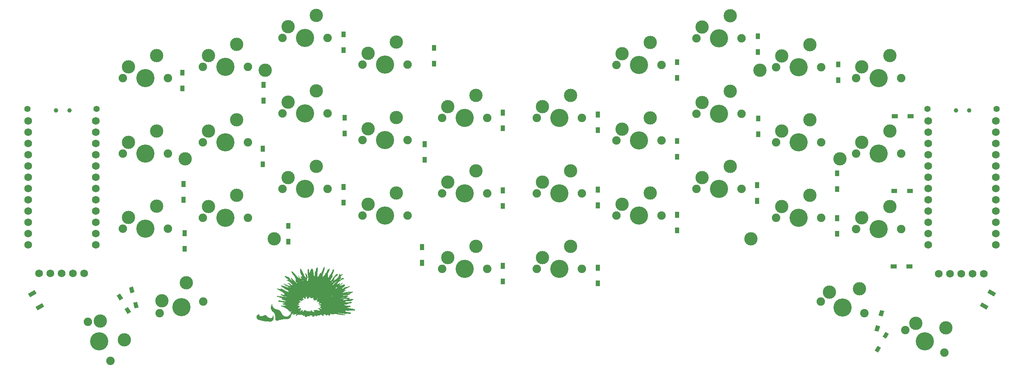
<source format=gbr>
%TF.GenerationSoftware,KiCad,Pcbnew,(6.0.11)*%
%TF.CreationDate,2023-02-07T21:41:21-05:00*%
%TF.ProjectId,main,6d61696e-2e6b-4696-9361-645f70636258,rev?*%
%TF.SameCoordinates,Original*%
%TF.FileFunction,Soldermask,Top*%
%TF.FilePolarity,Negative*%
%FSLAX46Y46*%
G04 Gerber Fmt 4.6, Leading zero omitted, Abs format (unit mm)*
G04 Created by KiCad (PCBNEW (6.0.11)) date 2023-02-07 21:41:21*
%MOMM*%
%LPD*%
G01*
G04 APERTURE LIST*
G04 Aperture macros list*
%AMRotRect*
0 Rectangle, with rotation*
0 The origin of the aperture is its center*
0 $1 length*
0 $2 width*
0 $3 Rotation angle, in degrees counterclockwise*
0 Add horizontal line*
21,1,$1,$2,0,0,$3*%
G04 Aperture macros list end*
%ADD10C,0.100000*%
%ADD11C,4.100000*%
%ADD12C,1.900000*%
%ADD13C,3.000000*%
%ADD14C,1.397000*%
%ADD15C,1.752600*%
%ADD16RotRect,0.900000X1.700000X60.000000*%
%ADD17RotRect,0.900000X1.700000X120.000000*%
%ADD18C,1.000000*%
G04 APERTURE END LIST*
%TO.C,D19*%
G36*
X95914100Y-71227800D02*
G01*
X95064100Y-71227800D01*
X95064100Y-70027800D01*
X95914100Y-70027800D01*
X95914100Y-71227800D01*
G37*
D10*
X95914100Y-71227800D02*
X95064100Y-71227800D01*
X95064100Y-70027800D01*
X95914100Y-70027800D01*
X95914100Y-71227800D01*
G36*
X95914100Y-74777800D02*
G01*
X95064100Y-74777800D01*
X95064100Y-73577800D01*
X95914100Y-73577800D01*
X95914100Y-74777800D01*
G37*
X95914100Y-74777800D02*
X95064100Y-74777800D01*
X95064100Y-73577800D01*
X95914100Y-73577800D01*
X95914100Y-74777800D01*
%TO.C,D21*%
G36*
X134395100Y-62877500D02*
G01*
X133545100Y-62877500D01*
X133545100Y-61677500D01*
X134395100Y-61677500D01*
X134395100Y-62877500D01*
G37*
X134395100Y-62877500D02*
X133545100Y-62877500D01*
X133545100Y-61677500D01*
X134395100Y-61677500D01*
X134395100Y-62877500D01*
G36*
X134395100Y-66427500D02*
G01*
X133545100Y-66427500D01*
X133545100Y-65227500D01*
X134395100Y-65227500D01*
X134395100Y-66427500D01*
G37*
X134395100Y-66427500D02*
X133545100Y-66427500D01*
X133545100Y-65227500D01*
X134395100Y-65227500D01*
X134395100Y-66427500D01*
%TO.C,D26*%
G36*
X132236100Y-84594500D02*
G01*
X131386100Y-84594500D01*
X131386100Y-83394500D01*
X132236100Y-83394500D01*
X132236100Y-84594500D01*
G37*
X132236100Y-84594500D02*
X131386100Y-84594500D01*
X131386100Y-83394500D01*
X132236100Y-83394500D01*
X132236100Y-84594500D01*
G36*
X132236100Y-88144500D02*
G01*
X131386100Y-88144500D01*
X131386100Y-86944500D01*
X132236100Y-86944500D01*
X132236100Y-88144500D01*
G37*
X132236100Y-88144500D02*
X131386100Y-88144500D01*
X131386100Y-86944500D01*
X132236100Y-86944500D01*
X132236100Y-88144500D01*
%TO.C,D33*%
G36*
X63801461Y-118766020D02*
G01*
X63065339Y-119191020D01*
X62465339Y-118151790D01*
X63201461Y-117726790D01*
X63801461Y-118766020D01*
G37*
X63801461Y-118766020D02*
X63065339Y-119191020D01*
X62465339Y-118151790D01*
X63201461Y-117726790D01*
X63801461Y-118766020D01*
G36*
X65576461Y-121840410D02*
G01*
X64840339Y-122265410D01*
X64240339Y-121226180D01*
X64976461Y-120801180D01*
X65576461Y-121840410D01*
G37*
X65576461Y-121840410D02*
X64840339Y-122265410D01*
X64240339Y-121226180D01*
X64976461Y-120801180D01*
X65576461Y-121840410D01*
%TO.C,D10*%
G36*
X241812600Y-95000400D02*
G01*
X240612600Y-95000400D01*
X240612600Y-94150400D01*
X241812600Y-94150400D01*
X241812600Y-95000400D01*
G37*
X241812600Y-95000400D02*
X240612600Y-95000400D01*
X240612600Y-94150400D01*
X241812600Y-94150400D01*
X241812600Y-95000400D01*
G36*
X238262600Y-95000400D02*
G01*
X237062600Y-95000400D01*
X237062600Y-94150400D01*
X238262600Y-94150400D01*
X238262600Y-95000400D01*
G37*
X238262600Y-95000400D02*
X237062600Y-95000400D01*
X237062600Y-94150400D01*
X238262600Y-94150400D01*
X238262600Y-95000400D01*
%TO.C,D24*%
G36*
X95787100Y-89160500D02*
G01*
X94937100Y-89160500D01*
X94937100Y-87960500D01*
X95787100Y-87960500D01*
X95787100Y-89160500D01*
G37*
X95787100Y-89160500D02*
X94937100Y-89160500D01*
X94937100Y-87960500D01*
X95787100Y-87960500D01*
X95787100Y-89160500D01*
G36*
X95787100Y-85610500D02*
G01*
X94937100Y-85610500D01*
X94937100Y-84410500D01*
X95787100Y-84410500D01*
X95787100Y-85610500D01*
G37*
X95787100Y-85610500D02*
X94937100Y-85610500D01*
X94937100Y-84410500D01*
X95787100Y-84410500D01*
X95787100Y-85610500D01*
%TO.C,D23*%
G36*
X77936600Y-97126800D02*
G01*
X77086600Y-97126800D01*
X77086600Y-95926800D01*
X77936600Y-95926800D01*
X77936600Y-97126800D01*
G37*
X77936600Y-97126800D02*
X77086600Y-97126800D01*
X77086600Y-95926800D01*
X77936600Y-95926800D01*
X77936600Y-97126800D01*
G36*
X77936600Y-93576800D02*
G01*
X77086600Y-93576800D01*
X77086600Y-92376800D01*
X77936600Y-92376800D01*
X77936600Y-93576800D01*
G37*
X77936600Y-93576800D02*
X77086600Y-93576800D01*
X77086600Y-92376800D01*
X77936600Y-92376800D01*
X77936600Y-93576800D01*
%TO.C,D18*%
G36*
X77626100Y-72015500D02*
G01*
X76776100Y-72015500D01*
X76776100Y-70815500D01*
X77626100Y-70815500D01*
X77626100Y-72015500D01*
G37*
X77626100Y-72015500D02*
X76776100Y-72015500D01*
X76776100Y-70815500D01*
X77626100Y-70815500D01*
X77626100Y-72015500D01*
G36*
X77626100Y-68465500D02*
G01*
X76776100Y-68465500D01*
X76776100Y-67265500D01*
X77626100Y-67265500D01*
X77626100Y-68465500D01*
G37*
X77626100Y-68465500D02*
X76776100Y-68465500D01*
X76776100Y-67265500D01*
X77626100Y-67265500D01*
X77626100Y-68465500D01*
%TO.C,D1*%
G36*
X171282600Y-81456400D02*
G01*
X170432600Y-81456400D01*
X170432600Y-80256400D01*
X171282600Y-80256400D01*
X171282600Y-81456400D01*
G37*
X171282600Y-81456400D02*
X170432600Y-81456400D01*
X170432600Y-80256400D01*
X171282600Y-80256400D01*
X171282600Y-81456400D01*
G36*
X171282600Y-77906400D02*
G01*
X170432600Y-77906400D01*
X170432600Y-76706400D01*
X171282600Y-76706400D01*
X171282600Y-77906400D01*
G37*
X171282600Y-77906400D02*
X170432600Y-77906400D01*
X170432600Y-76706400D01*
X171282600Y-76706400D01*
X171282600Y-77906400D01*
%TO.C,D5*%
G36*
X241939600Y-78109400D02*
G01*
X240739600Y-78109400D01*
X240739600Y-77259400D01*
X241939600Y-77259400D01*
X241939600Y-78109400D01*
G37*
X241939600Y-78109400D02*
X240739600Y-78109400D01*
X240739600Y-77259400D01*
X241939600Y-77259400D01*
X241939600Y-78109400D01*
G36*
X238389600Y-78109400D02*
G01*
X237189600Y-78109400D01*
X237189600Y-77259400D01*
X238389600Y-77259400D01*
X238389600Y-78109400D01*
G37*
X238389600Y-78109400D02*
X237189600Y-78109400D01*
X237189600Y-77259400D01*
X238389600Y-77259400D01*
X238389600Y-78109400D01*
%TO.C,D15*%
G36*
X238135600Y-112018400D02*
G01*
X236935600Y-112018400D01*
X236935600Y-111168400D01*
X238135600Y-111168400D01*
X238135600Y-112018400D01*
G37*
X238135600Y-112018400D02*
X236935600Y-112018400D01*
X236935600Y-111168400D01*
X238135600Y-111168400D01*
X238135600Y-112018400D01*
G36*
X241685600Y-112018400D02*
G01*
X240485600Y-112018400D01*
X240485600Y-111168400D01*
X241685600Y-111168400D01*
X241685600Y-112018400D01*
G37*
X241685600Y-112018400D02*
X240485600Y-112018400D01*
X240485600Y-111168400D01*
X241685600Y-111168400D01*
X241685600Y-112018400D01*
%TO.C,D9*%
G36*
X225256600Y-94713800D02*
G01*
X224406600Y-94713800D01*
X224406600Y-93513800D01*
X225256600Y-93513800D01*
X225256600Y-94713800D01*
G37*
X225256600Y-94713800D02*
X224406600Y-94713800D01*
X224406600Y-93513800D01*
X225256600Y-93513800D01*
X225256600Y-94713800D01*
G36*
X225256600Y-91163800D02*
G01*
X224406600Y-91163800D01*
X224406600Y-89963800D01*
X225256600Y-89963800D01*
X225256600Y-91163800D01*
G37*
X225256600Y-91163800D02*
X224406600Y-91163800D01*
X224406600Y-89963800D01*
X225256600Y-89963800D01*
X225256600Y-91163800D01*
%TO.C,D25*%
G36*
X114202100Y-78625500D02*
G01*
X113352100Y-78625500D01*
X113352100Y-77425500D01*
X114202100Y-77425500D01*
X114202100Y-78625500D01*
G37*
X114202100Y-78625500D02*
X113352100Y-78625500D01*
X113352100Y-77425500D01*
X114202100Y-77425500D01*
X114202100Y-78625500D01*
G36*
X114202100Y-82175500D02*
G01*
X113352100Y-82175500D01*
X113352100Y-80975500D01*
X114202100Y-80975500D01*
X114202100Y-82175500D01*
G37*
X114202100Y-82175500D02*
X113352100Y-82175500D01*
X113352100Y-80975500D01*
X114202100Y-80975500D01*
X114202100Y-82175500D01*
%TO.C,D22*%
G36*
X149889100Y-81032500D02*
G01*
X149039100Y-81032500D01*
X149039100Y-79832500D01*
X149889100Y-79832500D01*
X149889100Y-81032500D01*
G37*
X149889100Y-81032500D02*
X149039100Y-81032500D01*
X149039100Y-79832500D01*
X149889100Y-79832500D01*
X149889100Y-81032500D01*
G36*
X149889100Y-77482500D02*
G01*
X149039100Y-77482500D01*
X149039100Y-76282500D01*
X149889100Y-76282500D01*
X149889100Y-77482500D01*
G37*
X149889100Y-77482500D02*
X149039100Y-77482500D01*
X149039100Y-76282500D01*
X149889100Y-76282500D01*
X149889100Y-77482500D01*
%TO.C,D4*%
G36*
X225511600Y-70153400D02*
G01*
X224661600Y-70153400D01*
X224661600Y-68953400D01*
X225511600Y-68953400D01*
X225511600Y-70153400D01*
G37*
X225511600Y-70153400D02*
X224661600Y-70153400D01*
X224661600Y-68953400D01*
X225511600Y-68953400D01*
X225511600Y-70153400D01*
G36*
X225511600Y-66603400D02*
G01*
X224661600Y-66603400D01*
X224661600Y-65403400D01*
X225511600Y-65403400D01*
X225511600Y-66603400D01*
G37*
X225511600Y-66603400D02*
X224661600Y-66603400D01*
X224661600Y-65403400D01*
X225511600Y-65403400D01*
X225511600Y-66603400D01*
%TO.C,D27*%
G36*
X149889100Y-95008500D02*
G01*
X149039100Y-95008500D01*
X149039100Y-93808500D01*
X149889100Y-93808500D01*
X149889100Y-95008500D01*
G37*
X149889100Y-95008500D02*
X149039100Y-95008500D01*
X149039100Y-93808500D01*
X149889100Y-93808500D01*
X149889100Y-95008500D01*
G36*
X149889100Y-98558500D02*
G01*
X149039100Y-98558500D01*
X149039100Y-97358500D01*
X149889100Y-97358500D01*
X149889100Y-98558500D01*
G37*
X149889100Y-98558500D02*
X149039100Y-98558500D01*
X149039100Y-97358500D01*
X149889100Y-97358500D01*
X149889100Y-98558500D01*
%TO.C,D32*%
G36*
X149889100Y-115576500D02*
G01*
X149039100Y-115576500D01*
X149039100Y-114376500D01*
X149889100Y-114376500D01*
X149889100Y-115576500D01*
G37*
X149889100Y-115576500D02*
X149039100Y-115576500D01*
X149039100Y-114376500D01*
X149889100Y-114376500D01*
X149889100Y-115576500D01*
G36*
X149889100Y-112026500D02*
G01*
X149039100Y-112026500D01*
X149039100Y-110826500D01*
X149889100Y-110826500D01*
X149889100Y-112026500D01*
G37*
X149889100Y-112026500D02*
X149039100Y-112026500D01*
X149039100Y-110826500D01*
X149889100Y-110826500D01*
X149889100Y-112026500D01*
%TO.C,D17*%
G36*
X234645161Y-129890880D02*
G01*
X234045161Y-130930110D01*
X233309039Y-130505110D01*
X233909039Y-129465880D01*
X234645161Y-129890880D01*
G37*
X234645161Y-129890880D02*
X234045161Y-130930110D01*
X233309039Y-130505110D01*
X233909039Y-129465880D01*
X234645161Y-129890880D01*
G36*
X236420161Y-126816490D02*
G01*
X235820161Y-127855720D01*
X235084039Y-127430720D01*
X235684039Y-126391490D01*
X236420161Y-126816490D01*
G37*
X236420161Y-126816490D02*
X235820161Y-127855720D01*
X235084039Y-127430720D01*
X235684039Y-126391490D01*
X236420161Y-126816490D01*
%TO.C,D11*%
G36*
X171282600Y-112450400D02*
G01*
X170432600Y-112450400D01*
X170432600Y-111250400D01*
X171282600Y-111250400D01*
X171282600Y-112450400D01*
G37*
X171282600Y-112450400D02*
X170432600Y-112450400D01*
X170432600Y-111250400D01*
X171282600Y-111250400D01*
X171282600Y-112450400D01*
G36*
X171282600Y-116000400D02*
G01*
X170432600Y-116000400D01*
X170432600Y-114800400D01*
X171282600Y-114800400D01*
X171282600Y-116000400D01*
G37*
X171282600Y-116000400D02*
X170432600Y-116000400D01*
X170432600Y-114800400D01*
X171282600Y-114800400D01*
X171282600Y-116000400D01*
%TO.C,D29*%
G36*
X101558600Y-106562500D02*
G01*
X100708600Y-106562500D01*
X100708600Y-105362500D01*
X101558600Y-105362500D01*
X101558600Y-106562500D01*
G37*
X101558600Y-106562500D02*
X100708600Y-106562500D01*
X100708600Y-105362500D01*
X101558600Y-105362500D01*
X101558600Y-106562500D01*
G36*
X101558600Y-103012500D02*
G01*
X100708600Y-103012500D01*
X100708600Y-101812500D01*
X101558600Y-101812500D01*
X101558600Y-103012500D01*
G37*
X101558600Y-103012500D02*
X100708600Y-103012500D01*
X100708600Y-101812500D01*
X101558600Y-101812500D01*
X101558600Y-103012500D01*
%TO.C,D2*%
G36*
X189189600Y-69645400D02*
G01*
X188339600Y-69645400D01*
X188339600Y-68445400D01*
X189189600Y-68445400D01*
X189189600Y-69645400D01*
G37*
X189189600Y-69645400D02*
X188339600Y-69645400D01*
X188339600Y-68445400D01*
X189189600Y-68445400D01*
X189189600Y-69645400D01*
G36*
X189189600Y-66095400D02*
G01*
X188339600Y-66095400D01*
X188339600Y-64895400D01*
X189189600Y-64895400D01*
X189189600Y-66095400D01*
G37*
X189189600Y-66095400D02*
X188339600Y-66095400D01*
X188339600Y-64895400D01*
X189189600Y-64895400D01*
X189189600Y-66095400D01*
%TO.C,D8*%
G36*
X207477600Y-82325400D02*
G01*
X206627600Y-82325400D01*
X206627600Y-81125400D01*
X207477600Y-81125400D01*
X207477600Y-82325400D01*
G37*
X207477600Y-82325400D02*
X206627600Y-82325400D01*
X206627600Y-81125400D01*
X207477600Y-81125400D01*
X207477600Y-82325400D01*
G36*
X207477600Y-78775400D02*
G01*
X206627600Y-78775400D01*
X206627600Y-77575400D01*
X207477600Y-77575400D01*
X207477600Y-78775400D01*
G37*
X207477600Y-78775400D02*
X206627600Y-78775400D01*
X206627600Y-77575400D01*
X207477600Y-77575400D01*
X207477600Y-78775400D01*
%TO.C,D16*%
G36*
X234415906Y-125078461D02*
G01*
X234105323Y-126237572D01*
X233284286Y-126017576D01*
X233594869Y-124858465D01*
X234415906Y-125078461D01*
G37*
X234415906Y-125078461D02*
X234105323Y-126237572D01*
X233284286Y-126017576D01*
X233594869Y-124858465D01*
X234415906Y-125078461D01*
G36*
X235334714Y-121649424D02*
G01*
X235024131Y-122808535D01*
X234203094Y-122588539D01*
X234513677Y-121429428D01*
X235334714Y-121649424D01*
G37*
X235334714Y-121649424D02*
X235024131Y-122808535D01*
X234203094Y-122588539D01*
X234513677Y-121429428D01*
X235334714Y-121649424D01*
%TO.C,D34*%
G36*
X67312214Y-120748376D02*
G01*
X66491177Y-120968372D01*
X66180594Y-119809261D01*
X67001631Y-119589265D01*
X67312214Y-120748376D01*
G37*
X67312214Y-120748376D02*
X66491177Y-120968372D01*
X66180594Y-119809261D01*
X67001631Y-119589265D01*
X67312214Y-120748376D01*
G36*
X66393406Y-117319339D02*
G01*
X65572369Y-117539335D01*
X65261786Y-116380224D01*
X66082823Y-116160228D01*
X66393406Y-117319339D01*
G37*
X66393406Y-117319339D02*
X65572369Y-117539335D01*
X65261786Y-116380224D01*
X66082823Y-116160228D01*
X66393406Y-117319339D01*
%TO.C,D20*%
G36*
X113948100Y-59829500D02*
G01*
X113098100Y-59829500D01*
X113098100Y-58629500D01*
X113948100Y-58629500D01*
X113948100Y-59829500D01*
G37*
X113948100Y-59829500D02*
X113098100Y-59829500D01*
X113098100Y-58629500D01*
X113948100Y-58629500D01*
X113948100Y-59829500D01*
G36*
X113948100Y-63379500D02*
G01*
X113098100Y-63379500D01*
X113098100Y-62179500D01*
X113948100Y-62179500D01*
X113948100Y-63379500D01*
G37*
X113948100Y-63379500D02*
X113098100Y-63379500D01*
X113098100Y-62179500D01*
X113948100Y-62179500D01*
X113948100Y-63379500D01*
%TO.C,D3*%
G36*
X207350600Y-63803400D02*
G01*
X206500600Y-63803400D01*
X206500600Y-62603400D01*
X207350600Y-62603400D01*
X207350600Y-63803400D01*
G37*
X207350600Y-63803400D02*
X206500600Y-63803400D01*
X206500600Y-62603400D01*
X207350600Y-62603400D01*
X207350600Y-63803400D01*
G36*
X207350600Y-60253400D02*
G01*
X206500600Y-60253400D01*
X206500600Y-59053400D01*
X207350600Y-59053400D01*
X207350600Y-60253400D01*
G37*
X207350600Y-60253400D02*
X206500600Y-60253400D01*
X206500600Y-59053400D01*
X207350600Y-59053400D01*
X207350600Y-60253400D01*
%TO.C,D14*%
G36*
X225257600Y-101274400D02*
G01*
X224407600Y-101274400D01*
X224407600Y-100074400D01*
X225257600Y-100074400D01*
X225257600Y-101274400D01*
G37*
X225257600Y-101274400D02*
X224407600Y-101274400D01*
X224407600Y-100074400D01*
X225257600Y-100074400D01*
X225257600Y-101274400D01*
G36*
X225257600Y-104824400D02*
G01*
X224407600Y-104824400D01*
X224407600Y-103624400D01*
X225257600Y-103624400D01*
X225257600Y-104824400D01*
G37*
X225257600Y-104824400D02*
X224407600Y-104824400D01*
X224407600Y-103624400D01*
X225257600Y-103624400D01*
X225257600Y-104824400D01*
%TO.C,D30*%
G36*
X113948100Y-97796500D02*
G01*
X113098100Y-97796500D01*
X113098100Y-96596500D01*
X113948100Y-96596500D01*
X113948100Y-97796500D01*
G37*
X113948100Y-97796500D02*
X113098100Y-97796500D01*
X113098100Y-96596500D01*
X113948100Y-96596500D01*
X113948100Y-97796500D01*
G36*
X113948100Y-94246500D02*
G01*
X113098100Y-94246500D01*
X113098100Y-93046500D01*
X113948100Y-93046500D01*
X113948100Y-94246500D01*
G37*
X113948100Y-94246500D02*
X113098100Y-94246500D01*
X113098100Y-93046500D01*
X113948100Y-93046500D01*
X113948100Y-94246500D01*
%TO.C,D13*%
G36*
X207222600Y-97383800D02*
G01*
X206372600Y-97383800D01*
X206372600Y-96183800D01*
X207222600Y-96183800D01*
X207222600Y-97383800D01*
G37*
X207222600Y-97383800D02*
X206372600Y-97383800D01*
X206372600Y-96183800D01*
X207222600Y-96183800D01*
X207222600Y-97383800D01*
G36*
X207222600Y-93833800D02*
G01*
X206372600Y-93833800D01*
X206372600Y-92633800D01*
X207222600Y-92633800D01*
X207222600Y-93833800D01*
G37*
X207222600Y-93833800D02*
X206372600Y-93833800D01*
X206372600Y-92633800D01*
X207222600Y-92633800D01*
X207222600Y-93833800D01*
%TO.C,D12*%
G36*
X189189600Y-104062400D02*
G01*
X188339600Y-104062400D01*
X188339600Y-102862400D01*
X189189600Y-102862400D01*
X189189600Y-104062400D01*
G37*
X189189600Y-104062400D02*
X188339600Y-104062400D01*
X188339600Y-102862400D01*
X189189600Y-102862400D01*
X189189600Y-104062400D01*
G36*
X189189600Y-100512400D02*
G01*
X188339600Y-100512400D01*
X188339600Y-99312400D01*
X189189600Y-99312400D01*
X189189600Y-100512400D01*
G37*
X189189600Y-100512400D02*
X188339600Y-100512400D01*
X188339600Y-99312400D01*
X189189600Y-99312400D01*
X189189600Y-100512400D01*
%TO.C,D28*%
G36*
X78134100Y-108210500D02*
G01*
X77284100Y-108210500D01*
X77284100Y-107010500D01*
X78134100Y-107010500D01*
X78134100Y-108210500D01*
G37*
X78134100Y-108210500D02*
X77284100Y-108210500D01*
X77284100Y-107010500D01*
X78134100Y-107010500D01*
X78134100Y-108210500D01*
G36*
X78134100Y-104660500D02*
G01*
X77284100Y-104660500D01*
X77284100Y-103460500D01*
X78134100Y-103460500D01*
X78134100Y-104660500D01*
G37*
X78134100Y-104660500D02*
X77284100Y-104660500D01*
X77284100Y-103460500D01*
X78134100Y-103460500D01*
X78134100Y-104660500D01*
%TO.C,D7*%
G36*
X189189600Y-83875400D02*
G01*
X188339600Y-83875400D01*
X188339600Y-82675400D01*
X189189600Y-82675400D01*
X189189600Y-83875400D01*
G37*
X189189600Y-83875400D02*
X188339600Y-83875400D01*
X188339600Y-82675400D01*
X189189600Y-82675400D01*
X189189600Y-83875400D01*
G36*
X189189600Y-87425400D02*
G01*
X188339600Y-87425400D01*
X188339600Y-86225400D01*
X189189600Y-86225400D01*
X189189600Y-87425400D01*
G37*
X189189600Y-87425400D02*
X188339600Y-87425400D01*
X188339600Y-86225400D01*
X189189600Y-86225400D01*
X189189600Y-87425400D01*
%TO.C,D31*%
G36*
X131657600Y-111347800D02*
G01*
X130807600Y-111347800D01*
X130807600Y-110147800D01*
X131657600Y-110147800D01*
X131657600Y-111347800D01*
G37*
X131657600Y-111347800D02*
X130807600Y-111347800D01*
X130807600Y-110147800D01*
X131657600Y-110147800D01*
X131657600Y-111347800D01*
G36*
X131657600Y-107797800D02*
G01*
X130807600Y-107797800D01*
X130807600Y-106597800D01*
X131657600Y-106597800D01*
X131657600Y-107797800D01*
G37*
X131657600Y-107797800D02*
X130807600Y-107797800D01*
X130807600Y-106597800D01*
X131657600Y-106597800D01*
X131657600Y-107797800D01*
%TO.C,D6*%
G36*
X171281600Y-98396800D02*
G01*
X170431600Y-98396800D01*
X170431600Y-97196800D01*
X171281600Y-97196800D01*
X171281600Y-98396800D01*
G37*
X171281600Y-98396800D02*
X170431600Y-98396800D01*
X170431600Y-97196800D01*
X171281600Y-97196800D01*
X171281600Y-98396800D01*
G36*
X171281600Y-94846800D02*
G01*
X170431600Y-94846800D01*
X170431600Y-93646800D01*
X171281600Y-93646800D01*
X171281600Y-94846800D01*
G37*
X171281600Y-94846800D02*
X170431600Y-94846800D01*
X170431600Y-93646800D01*
X171281600Y-93646800D01*
X171281600Y-94846800D01*
%TO.C,10-G\u002A\u002A\u002A*%
G36*
X94591110Y-122334224D02*
G01*
X94609773Y-122434248D01*
X94612728Y-122488848D01*
X94637984Y-122659448D01*
X94694601Y-122768194D01*
X94810077Y-122835061D01*
X94980344Y-122852560D01*
X95190222Y-122821248D01*
X95424531Y-122741682D01*
X95425188Y-122741400D01*
X95650339Y-122646242D01*
X95812025Y-122582797D01*
X95924962Y-122547064D01*
X96003868Y-122535037D01*
X96063461Y-122542712D01*
X96101205Y-122557493D01*
X96177513Y-122613504D01*
X96282901Y-122715490D01*
X96391935Y-122838302D01*
X96586079Y-123034492D01*
X96795735Y-123177568D01*
X97004680Y-123258864D01*
X97196694Y-123269714D01*
X97198921Y-123269367D01*
X97367494Y-123202987D01*
X97516442Y-123073552D01*
X97624403Y-122903947D01*
X97664675Y-122770368D01*
X97688720Y-122668164D01*
X97716001Y-122618349D01*
X97724912Y-122617976D01*
X97756432Y-122675696D01*
X97787252Y-122794217D01*
X97813747Y-122948434D01*
X97832295Y-123113241D01*
X97839273Y-123263534D01*
X97832742Y-123365190D01*
X97760019Y-123574747D01*
X97626560Y-123771052D01*
X97454825Y-123924734D01*
X97367291Y-123973880D01*
X97174441Y-124028435D01*
X96912062Y-124051774D01*
X96590698Y-124043936D01*
X96220894Y-124004958D01*
X95992435Y-123968816D01*
X95531801Y-123882810D01*
X95128015Y-123797346D01*
X94787108Y-123713993D01*
X94515114Y-123634324D01*
X94318063Y-123559909D01*
X94221804Y-123507602D01*
X94066722Y-123352798D01*
X93978964Y-123163366D01*
X93961705Y-122958792D01*
X94018121Y-122758564D01*
X94082992Y-122655706D01*
X94168882Y-122565079D01*
X94284250Y-122465852D01*
X94405213Y-122376018D01*
X94507886Y-122313565D01*
X94561332Y-122295404D01*
X94591110Y-122334224D01*
G37*
G36*
X106868136Y-114821720D02*
G01*
X106873644Y-114588656D01*
X106875805Y-114373115D01*
X106878275Y-114087432D01*
X106883558Y-113878715D01*
X106892334Y-113738000D01*
X106905282Y-113656324D01*
X106923082Y-113624722D01*
X106932549Y-113624345D01*
X106966697Y-113675405D01*
X106994926Y-113791481D01*
X107007760Y-113896539D01*
X107029249Y-114151062D01*
X107086935Y-113873294D01*
X107113763Y-113687162D01*
X107129247Y-113463064D01*
X107130143Y-113248609D01*
X107129913Y-113242900D01*
X107124848Y-113063851D01*
X107130634Y-112947409D01*
X107151455Y-112870485D01*
X107191499Y-112809989D01*
X107212651Y-112786478D01*
X107278097Y-112683317D01*
X107332472Y-112519316D01*
X107372932Y-112325296D01*
X107426993Y-112084218D01*
X107492136Y-111922215D01*
X107571969Y-111832728D01*
X107657071Y-111808760D01*
X107725431Y-111846869D01*
X107777628Y-111964682D01*
X107779104Y-111969928D01*
X107804419Y-112075785D01*
X107817731Y-112181027D01*
X107818308Y-112302825D01*
X107805419Y-112458351D01*
X107778333Y-112664775D01*
X107738386Y-112926188D01*
X107685010Y-113308846D01*
X107658294Y-113613718D01*
X107658025Y-113844670D01*
X107679755Y-113990800D01*
X107708504Y-114048943D01*
X107751315Y-114047199D01*
X107812538Y-113980698D01*
X107896521Y-113844567D01*
X108007611Y-113633937D01*
X108019659Y-113610022D01*
X108165006Y-113350868D01*
X108300059Y-113174105D01*
X108427185Y-113077108D01*
X108520151Y-113055122D01*
X108589520Y-113014038D01*
X108668796Y-112896091D01*
X108753982Y-112709246D01*
X108841078Y-112461463D01*
X108875339Y-112347821D01*
X108943324Y-112143039D01*
X109020830Y-111957547D01*
X109099404Y-111807709D01*
X109170596Y-111709887D01*
X109220339Y-111679826D01*
X109304806Y-111716297D01*
X109345448Y-111824003D01*
X109342515Y-112000381D01*
X109296258Y-112242868D01*
X109206926Y-112548904D01*
X109108441Y-112827584D01*
X109014657Y-113096618D01*
X108954474Y-113321719D01*
X108920275Y-113534381D01*
X108910528Y-113646070D01*
X108903905Y-113847463D01*
X108916345Y-113966625D01*
X108947406Y-114003068D01*
X108996641Y-113956305D01*
X109063609Y-113825847D01*
X109067041Y-113817982D01*
X109126085Y-113711514D01*
X109226431Y-113560673D01*
X109353499Y-113386399D01*
X109478486Y-113227034D01*
X109651653Y-113002585D01*
X109800358Y-112787319D01*
X109916205Y-112595103D01*
X109990798Y-112439799D01*
X110015800Y-112339693D01*
X110047185Y-112282702D01*
X110123743Y-112199681D01*
X110220009Y-112113576D01*
X110310519Y-112047331D01*
X110366547Y-112023650D01*
X110392315Y-112065087D01*
X110399925Y-112186947D01*
X110395296Y-112302252D01*
X110375344Y-112472663D01*
X110332542Y-112632269D01*
X110256847Y-112813081D01*
X110197038Y-112934178D01*
X110101585Y-113135197D01*
X110055670Y-113267507D01*
X110059348Y-113330331D01*
X110078556Y-113390096D01*
X110093730Y-113513769D01*
X110102595Y-113679320D01*
X110103923Y-113762111D01*
X110105670Y-114151062D01*
X110234606Y-114000638D01*
X110303841Y-113909857D01*
X110405763Y-113763460D01*
X110528367Y-113579259D01*
X110659649Y-113375061D01*
X110705617Y-113301858D01*
X110855708Y-113054488D01*
X110959407Y-112866627D01*
X111021460Y-112728691D01*
X111046612Y-112631098D01*
X111047692Y-112610957D01*
X111084822Y-112462140D01*
X111181667Y-112346014D01*
X111316410Y-112285441D01*
X111362053Y-112281518D01*
X111451984Y-112300317D01*
X111477472Y-112359674D01*
X111458024Y-112491801D01*
X111404676Y-112677672D01*
X111324927Y-112895701D01*
X111226274Y-113124302D01*
X111175285Y-113229703D01*
X111086397Y-113421491D01*
X111045608Y-113548970D01*
X111050452Y-113616830D01*
X111089566Y-113739334D01*
X111073616Y-113901417D01*
X111000849Y-114108112D01*
X110869512Y-114364450D01*
X110685885Y-114663155D01*
X110520229Y-114917380D01*
X110649081Y-114825630D01*
X110726732Y-114759872D01*
X110829243Y-114653711D01*
X110962481Y-114500316D01*
X111132312Y-114292855D01*
X111344603Y-114024498D01*
X111419227Y-113928805D01*
X111560720Y-113760778D01*
X111716039Y-113598851D01*
X111870365Y-113456196D01*
X112008878Y-113345986D01*
X112116759Y-113281393D01*
X112160402Y-113270012D01*
X112227167Y-113289235D01*
X112250188Y-113362212D01*
X112251076Y-113394401D01*
X112233889Y-113485293D01*
X112175764Y-113585001D01*
X112066855Y-113706380D01*
X111897315Y-113862287D01*
X111883490Y-113874332D01*
X111811968Y-113943981D01*
X111709125Y-114053579D01*
X111586464Y-114189742D01*
X111455487Y-114339085D01*
X111327698Y-114488225D01*
X111214599Y-114623778D01*
X111127694Y-114732359D01*
X111078484Y-114800584D01*
X111073133Y-114817221D01*
X111113862Y-114787948D01*
X111193717Y-114711537D01*
X111286338Y-114614263D01*
X111385988Y-114514591D01*
X111464268Y-114452493D01*
X111502561Y-114441181D01*
X111499166Y-114488786D01*
X111440678Y-114586421D01*
X111325105Y-114736783D01*
X111150455Y-114942567D01*
X111040204Y-115067254D01*
X110919182Y-115206593D01*
X110817331Y-115330904D01*
X110751026Y-115419936D01*
X110738505Y-115440402D01*
X110733759Y-115469446D01*
X110775303Y-115444116D01*
X110852787Y-115374691D01*
X110955863Y-115271451D01*
X111074180Y-115144678D01*
X111197387Y-115004650D01*
X111292044Y-114890585D01*
X111415419Y-114743920D01*
X111503024Y-114658239D01*
X111567167Y-114623274D01*
X111610356Y-114625073D01*
X111707936Y-114614593D01*
X111847633Y-114532996D01*
X111875664Y-114512058D01*
X112141649Y-114293396D01*
X112336091Y-114096124D01*
X112466845Y-113908707D01*
X112541765Y-113719607D01*
X112568707Y-113517288D01*
X112569079Y-113493681D01*
X112572461Y-113362044D01*
X112587620Y-113296135D01*
X112624930Y-113275738D01*
X112679322Y-113278791D01*
X112768747Y-113315173D01*
X112823514Y-113412232D01*
X112829423Y-113431180D01*
X112867087Y-113525339D01*
X112904602Y-113570237D01*
X112908353Y-113570858D01*
X112961901Y-113547548D01*
X113059029Y-113487653D01*
X113135773Y-113434690D01*
X113244914Y-113363992D01*
X113325291Y-113326051D01*
X113352106Y-113325244D01*
X113369691Y-113398953D01*
X113321491Y-113506821D01*
X113214692Y-113637581D01*
X113068093Y-113770649D01*
X112914392Y-113903408D01*
X112832939Y-113996798D01*
X112821974Y-114055168D01*
X112879735Y-114082862D01*
X112940073Y-114086594D01*
X113048684Y-114108198D01*
X113096146Y-114153802D01*
X113095203Y-114208246D01*
X113044996Y-114271407D01*
X112935615Y-114352392D01*
X112771719Y-114451908D01*
X112672284Y-114519590D01*
X112611245Y-114580156D01*
X112605405Y-114591586D01*
X112611361Y-114640462D01*
X112678714Y-114632542D01*
X112805151Y-114568731D01*
X112988361Y-114449937D01*
X113016346Y-114430419D01*
X113234942Y-114293209D01*
X113405291Y-114223719D01*
X113531103Y-114221190D01*
X113616084Y-114284862D01*
X113628342Y-114305165D01*
X113660095Y-114378154D01*
X113662088Y-114405812D01*
X113620632Y-114428972D01*
X113518747Y-114483584D01*
X113372171Y-114561263D01*
X113212228Y-114645450D01*
X112903514Y-114814447D01*
X112662807Y-114963487D01*
X112477317Y-115101948D01*
X112334256Y-115239207D01*
X112237916Y-115359872D01*
X112132517Y-115520419D01*
X112070724Y-115639373D01*
X112056812Y-115707342D01*
X112074177Y-115719759D01*
X112124214Y-115697611D01*
X112226162Y-115638733D01*
X112360681Y-115554469D01*
X112403856Y-115526358D01*
X112591192Y-115408760D01*
X112716174Y-115345276D01*
X112783492Y-115336229D01*
X112797835Y-115381940D01*
X112763893Y-115482733D01*
X112732718Y-115548976D01*
X112677515Y-115669778D01*
X112646599Y-115756152D01*
X112644650Y-115783834D01*
X112683165Y-115766350D01*
X112769402Y-115703386D01*
X112887244Y-115607026D01*
X112932780Y-115567815D01*
X113097957Y-115434027D01*
X113222795Y-115358551D01*
X113321276Y-115333083D01*
X113328267Y-115332957D01*
X113417677Y-115339435D01*
X113454461Y-115354843D01*
X113420913Y-115387201D01*
X113333971Y-115448640D01*
X113239979Y-115508701D01*
X113124406Y-115590719D01*
X113001557Y-115694867D01*
X112887094Y-115805268D01*
X112796677Y-115906050D01*
X112745968Y-115981338D01*
X112743666Y-116011784D01*
X112788547Y-116004106D01*
X112897053Y-115969167D01*
X113053344Y-115912476D01*
X113241581Y-115839540D01*
X113259355Y-115832444D01*
X113498339Y-115737789D01*
X113668621Y-115675436D01*
X113781120Y-115645292D01*
X113846751Y-115647262D01*
X113876433Y-115681254D01*
X113881081Y-115747174D01*
X113873623Y-115827180D01*
X113853825Y-115949364D01*
X113816928Y-116044400D01*
X113748768Y-116130075D01*
X113635180Y-116224177D01*
X113461999Y-116344493D01*
X113461304Y-116344959D01*
X113325243Y-116439038D01*
X113252512Y-116499511D01*
X113233277Y-116537887D01*
X113257704Y-116565676D01*
X113267794Y-116571422D01*
X113404575Y-116598491D01*
X113559165Y-116552825D01*
X113714021Y-116440039D01*
X113730849Y-116423229D01*
X113846728Y-116324285D01*
X113959241Y-116283075D01*
X114029517Y-116278473D01*
X114136093Y-116265207D01*
X114298885Y-116229390D01*
X114493023Y-116176989D01*
X114637612Y-116132549D01*
X114858776Y-116064880D01*
X115004174Y-116030139D01*
X115077147Y-116027637D01*
X115087625Y-116039932D01*
X115070493Y-116094410D01*
X115012703Y-116154879D01*
X114904661Y-116227738D01*
X114736775Y-116319385D01*
X114499451Y-116436218D01*
X114478544Y-116446194D01*
X114192821Y-116595088D01*
X113991580Y-116729364D01*
X113874624Y-116849174D01*
X113841263Y-116943900D01*
X113805457Y-116991771D01*
X113715321Y-117050904D01*
X113668912Y-117073763D01*
X113552079Y-117130210D01*
X113511224Y-117158738D01*
X113541218Y-117159884D01*
X113636930Y-117134189D01*
X113793231Y-117082192D01*
X113878031Y-117051792D01*
X114042164Y-116993686D01*
X114177091Y-116949233D01*
X114261363Y-116925370D01*
X114275862Y-116923143D01*
X114318371Y-116938896D01*
X114281670Y-116985827D01*
X114166458Y-117063439D01*
X113973431Y-117171238D01*
X113800502Y-117260314D01*
X113613562Y-117358016D01*
X113456231Y-117447132D01*
X113343863Y-117518465D01*
X113291815Y-117562819D01*
X113290378Y-117565813D01*
X113294751Y-117603915D01*
X113351896Y-117590300D01*
X113438209Y-117565287D01*
X113574684Y-117537056D01*
X113681422Y-117519402D01*
X113841483Y-117488149D01*
X113984438Y-117447519D01*
X114048419Y-117421389D01*
X114166445Y-117383057D01*
X114317489Y-117361682D01*
X114365561Y-117360086D01*
X114504021Y-117351255D01*
X114616131Y-117329070D01*
X114643233Y-117318304D01*
X114711991Y-117303783D01*
X114836859Y-117296055D01*
X114998869Y-117294377D01*
X115179058Y-117298008D01*
X115358460Y-117306204D01*
X115518109Y-117318223D01*
X115639039Y-117333323D01*
X115702286Y-117350760D01*
X115706470Y-117359937D01*
X115659113Y-117396227D01*
X115554941Y-117457940D01*
X115414513Y-117533057D01*
X115382025Y-117549570D01*
X115177528Y-117667976D01*
X115044209Y-117779925D01*
X115009165Y-117827585D01*
X114930287Y-117920940D01*
X114850064Y-117954343D01*
X114747957Y-117978825D01*
X114668952Y-118020437D01*
X114588056Y-118057648D01*
X114473728Y-118069348D01*
X114303696Y-118058466D01*
X114130701Y-118054449D01*
X113934513Y-118070747D01*
X113740279Y-118102847D01*
X113573140Y-118146237D01*
X113458242Y-118196407D01*
X113435504Y-118214248D01*
X113418021Y-118243737D01*
X113450562Y-118253171D01*
X113542744Y-118241862D01*
X113704188Y-118209124D01*
X113796482Y-118188473D01*
X114041198Y-118146090D01*
X114254589Y-118134650D01*
X114421666Y-118153456D01*
X114527442Y-118201814D01*
X114545777Y-118223227D01*
X114566948Y-118322096D01*
X114509762Y-118411312D01*
X114381816Y-118480637D01*
X114346482Y-118491764D01*
X114247334Y-118532166D01*
X114227232Y-118570942D01*
X114279292Y-118604493D01*
X114396625Y-118629222D01*
X114572345Y-118641530D01*
X114634542Y-118642263D01*
X114805111Y-118645609D01*
X114905432Y-118657703D01*
X114951025Y-118681635D01*
X114958691Y-118706730D01*
X114926364Y-118763755D01*
X114898267Y-118771197D01*
X114860912Y-118785747D01*
X114871729Y-118843790D01*
X114887523Y-118880625D01*
X114939193Y-118957412D01*
X115016734Y-118974394D01*
X115066136Y-118968080D01*
X115298801Y-118931074D01*
X115464375Y-118912853D01*
X115579695Y-118913642D01*
X115661597Y-118933664D01*
X115726918Y-118973145D01*
X115731679Y-118976946D01*
X115800185Y-119043321D01*
X115804626Y-119094530D01*
X115779361Y-119131584D01*
X115691713Y-119187799D01*
X115623102Y-119200977D01*
X115475185Y-119221898D01*
X115398676Y-119283161D01*
X115388471Y-119329730D01*
X115381018Y-119360202D01*
X115350081Y-119382255D01*
X115282797Y-119397893D01*
X115166300Y-119409118D01*
X114987724Y-119417932D01*
X114776034Y-119425071D01*
X114442399Y-119441899D01*
X114192751Y-119469514D01*
X114025771Y-119508175D01*
X113940137Y-119558142D01*
X113927219Y-119591781D01*
X113954959Y-119629805D01*
X114042512Y-119654342D01*
X114196369Y-119665916D01*
X114423026Y-119665051D01*
X114697380Y-119653930D01*
X115018090Y-119641873D01*
X115256704Y-119643550D01*
X115416093Y-119659667D01*
X115499123Y-119690930D01*
X115508665Y-119738045D01*
X115447586Y-119801717D01*
X115408597Y-119829003D01*
X115298310Y-119872973D01*
X115129276Y-119906714D01*
X114989561Y-119921122D01*
X114782518Y-119944787D01*
X114647492Y-119984723D01*
X114593378Y-120019868D01*
X114440054Y-120119540D01*
X114241572Y-120174341D01*
X114007840Y-120189471D01*
X113855479Y-120196443D01*
X113786709Y-120219142D01*
X113800159Y-120260249D01*
X113894461Y-120322440D01*
X113930156Y-120341413D01*
X114041771Y-120376288D01*
X114227399Y-120406676D01*
X114475140Y-120430812D01*
X114580218Y-120437808D01*
X115103860Y-120468828D01*
X115141170Y-120613219D01*
X115159542Y-120716746D01*
X115155326Y-120779792D01*
X115152874Y-120783218D01*
X115101394Y-120796078D01*
X114984294Y-120809491D01*
X114821867Y-120821422D01*
X114720644Y-120826610D01*
X114545607Y-120837554D01*
X114408362Y-120852396D01*
X114327608Y-120868773D01*
X114314021Y-120877959D01*
X114356597Y-120909699D01*
X114483393Y-120948689D01*
X114693005Y-120994597D01*
X114984031Y-121047091D01*
X115130603Y-121071087D01*
X115437682Y-121120421D01*
X115670819Y-121159290D01*
X115840976Y-121190623D01*
X115959114Y-121217350D01*
X116036198Y-121242401D01*
X116083190Y-121268706D01*
X116111051Y-121299194D01*
X116130746Y-121336796D01*
X116131574Y-121338611D01*
X116156427Y-121420732D01*
X116138733Y-121479276D01*
X116069719Y-121516977D01*
X115940615Y-121536568D01*
X115742649Y-121540782D01*
X115504767Y-121533953D01*
X115250783Y-121526746D01*
X115062840Y-121530071D01*
X114921531Y-121545149D01*
X114807447Y-121573201D01*
X114790784Y-121578848D01*
X114640353Y-121618322D01*
X114492578Y-121620574D01*
X114370319Y-121602598D01*
X114188875Y-121581052D01*
X114053989Y-121589155D01*
X113979942Y-121625120D01*
X113970197Y-121652629D01*
X114012569Y-121718810D01*
X114137269Y-121784274D01*
X114340671Y-121847614D01*
X114619151Y-121907422D01*
X114633382Y-121910006D01*
X114903773Y-121963040D01*
X115093883Y-122011752D01*
X115209044Y-122059515D01*
X115254585Y-122109704D01*
X115235836Y-122165691D01*
X115158128Y-122230850D01*
X115149440Y-122236615D01*
X115076732Y-122273865D01*
X114990575Y-122289224D01*
X114865171Y-122284715D01*
X114729852Y-122269513D01*
X114555790Y-122253479D01*
X114398128Y-122249300D01*
X114291978Y-122257748D01*
X114103111Y-122283456D01*
X113877496Y-122285264D01*
X113602712Y-122262323D01*
X113266338Y-122213784D01*
X113024680Y-122171071D01*
X112776474Y-122125895D01*
X112540175Y-122084718D01*
X112336816Y-122051077D01*
X112187432Y-122028510D01*
X112143631Y-122022933D01*
X111928741Y-121998776D01*
X112122142Y-122061911D01*
X112236680Y-122093106D01*
X112413596Y-122133903D01*
X112630540Y-122179447D01*
X112865157Y-122224884D01*
X112913301Y-122233725D01*
X113154344Y-122280507D01*
X113387561Y-122330997D01*
X113588624Y-122379593D01*
X113733208Y-122420694D01*
X113749883Y-122426343D01*
X113879356Y-122471180D01*
X113970946Y-122501636D01*
X114000940Y-122510283D01*
X114012862Y-122543614D01*
X114013175Y-122553261D01*
X113972883Y-122582184D01*
X113859613Y-122595473D01*
X113684768Y-122593859D01*
X113459751Y-122578075D01*
X113195969Y-122548851D01*
X112904824Y-122506921D01*
X112674050Y-122467332D01*
X112228778Y-122394121D01*
X111860100Y-122352290D01*
X111564658Y-122341656D01*
X111339094Y-122362041D01*
X111233599Y-122389911D01*
X111128113Y-122416830D01*
X111023770Y-122409747D01*
X110883601Y-122366846D01*
X110712106Y-122317671D01*
X110604329Y-122320308D01*
X110553046Y-122378027D01*
X110551036Y-122494101D01*
X110554405Y-122515963D01*
X110582490Y-122682195D01*
X110320480Y-122682195D01*
X110177896Y-122680234D01*
X110105464Y-122670366D01*
X110087403Y-122646612D01*
X110107932Y-122602995D01*
X110108595Y-122601932D01*
X110137234Y-122504248D01*
X110129754Y-122446184D01*
X110104420Y-122408462D01*
X110067354Y-122428838D01*
X110003308Y-122515697D01*
X110003304Y-122515703D01*
X109921085Y-122611319D01*
X109838748Y-122667566D01*
X109821342Y-122672239D01*
X109745017Y-122655106D01*
X109624846Y-122599139D01*
X109486332Y-122516287D01*
X109481218Y-122512882D01*
X109316753Y-122415302D01*
X109204952Y-122380603D01*
X109139590Y-122409055D01*
X109114438Y-122500928D01*
X109113682Y-122528820D01*
X109085867Y-122649962D01*
X109016171Y-122736076D01*
X108925221Y-122762703D01*
X108917455Y-122761494D01*
X108843722Y-122717197D01*
X108758822Y-122625441D01*
X108731564Y-122586648D01*
X108659325Y-122488616D01*
X108603565Y-122455205D01*
X108551718Y-122469044D01*
X108446766Y-122502152D01*
X108368416Y-122510283D01*
X108291964Y-122523885D01*
X108280369Y-122577366D01*
X108284647Y-122596239D01*
X108288358Y-122651622D01*
X108247108Y-122676389D01*
X108140829Y-122682192D01*
X108136614Y-122682195D01*
X107956469Y-122666018D01*
X107806013Y-122622707D01*
X107706911Y-122560092D01*
X107681415Y-122517698D01*
X107668778Y-122509412D01*
X107659105Y-122572429D01*
X107656757Y-122617728D01*
X107642921Y-122777396D01*
X107608434Y-122856816D01*
X107544033Y-122859592D01*
X107440458Y-122789327D01*
X107371803Y-122728591D01*
X107170984Y-122543483D01*
X107112547Y-122645073D01*
X107056463Y-122746538D01*
X107023325Y-122811129D01*
X106972094Y-122884102D01*
X106891351Y-122923465D01*
X106757570Y-122938310D01*
X106691386Y-122939405D01*
X106482458Y-122940063D01*
X106509595Y-122795410D01*
X106519854Y-122656730D01*
X106498083Y-122554239D01*
X106449453Y-122510559D01*
X106444448Y-122510283D01*
X106413252Y-122546320D01*
X106406068Y-122596239D01*
X106373017Y-122659695D01*
X106298383Y-122684392D01*
X106218939Y-122666900D01*
X106175636Y-122617728D01*
X106130425Y-122558251D01*
X106076163Y-122581440D01*
X106019856Y-122680770D01*
X105946606Y-122819387D01*
X105873180Y-122875074D01*
X105794107Y-122850696D01*
X105758231Y-122817631D01*
X105658384Y-122740413D01*
X105563094Y-122740502D01*
X105456088Y-122819185D01*
X105432869Y-122843363D01*
X105330606Y-122927142D01*
X105209106Y-122958612D01*
X105144820Y-122960610D01*
X104973216Y-122949845D01*
X104871229Y-122914138D01*
X104824112Y-122845021D01*
X104815882Y-122771736D01*
X104810142Y-122685641D01*
X104775765Y-122663426D01*
X104687015Y-122688612D01*
X104686410Y-122688823D01*
X104552606Y-122714683D01*
X104461282Y-122690813D01*
X104429080Y-122624950D01*
X104390471Y-122580633D01*
X104292026Y-122538863D01*
X104159820Y-122504998D01*
X104019928Y-122484394D01*
X103898424Y-122482406D01*
X103826140Y-122501088D01*
X103736238Y-122527003D01*
X103616815Y-122498757D01*
X103538187Y-122476494D01*
X103461119Y-122479595D01*
X103360362Y-122513445D01*
X103210670Y-122583430D01*
X103203620Y-122586903D01*
X103056880Y-122655147D01*
X102934729Y-122704551D01*
X102862143Y-122725077D01*
X102859569Y-122725173D01*
X102804603Y-122697934D01*
X102804629Y-122634156D01*
X102856648Y-122560748D01*
X102879951Y-122542252D01*
X102942245Y-122459400D01*
X102939740Y-122402838D01*
X107609452Y-122402838D01*
X107630941Y-122424327D01*
X107652430Y-122402838D01*
X107630941Y-122381349D01*
X107609452Y-122402838D01*
X102939740Y-122402838D01*
X102939091Y-122388187D01*
X102917494Y-122336208D01*
X102877193Y-122315134D01*
X102802442Y-122326586D01*
X102677497Y-122372186D01*
X102543329Y-122428925D01*
X102412232Y-122478080D01*
X102301327Y-122507023D01*
X102269933Y-122510283D01*
X102215765Y-122499714D01*
X102200513Y-122452227D01*
X102214277Y-122352395D01*
X102243897Y-122194507D01*
X102143849Y-122268046D01*
X102029031Y-122348391D01*
X101930569Y-122413129D01*
X101854630Y-122480899D01*
X101811678Y-122581322D01*
X101792112Y-122697664D01*
X101722143Y-122955136D01*
X101579318Y-123167323D01*
X101364950Y-123332384D01*
X101323722Y-123354489D01*
X101228272Y-123399501D01*
X101134197Y-123432588D01*
X101023894Y-123456706D01*
X100879761Y-123474810D01*
X100684193Y-123489853D01*
X100432125Y-123504137D01*
X100071516Y-123526301D01*
X99778016Y-123552946D01*
X99532794Y-123587093D01*
X99317017Y-123631762D01*
X99111850Y-123689973D01*
X98968863Y-123738805D01*
X98752649Y-123808436D01*
X98593894Y-123836326D01*
X98474889Y-123822427D01*
X98377926Y-123766691D01*
X98345739Y-123737110D01*
X98285404Y-123663175D01*
X98253265Y-123576222D01*
X98241092Y-123447001D01*
X98239923Y-123361052D01*
X98209856Y-122904720D01*
X98120382Y-122509360D01*
X97970838Y-122173193D01*
X97760558Y-121894442D01*
X97655047Y-121794979D01*
X97469029Y-121619055D01*
X97345074Y-121451854D01*
X97271881Y-121268283D01*
X97238148Y-121043248D01*
X97231992Y-120855630D01*
X97235385Y-120647109D01*
X97251046Y-120494717D01*
X97283895Y-120368941D01*
X97332301Y-120253938D01*
X97434339Y-120039048D01*
X97511220Y-120333108D01*
X97617551Y-120644494D01*
X97761464Y-120888778D01*
X97953368Y-121075451D01*
X98203671Y-121214003D01*
X98522784Y-121313924D01*
X98607377Y-121332515D01*
X98896745Y-121404171D01*
X99119603Y-121493530D01*
X99295346Y-121615357D01*
X99443369Y-121784419D01*
X99583068Y-122015482D01*
X99633623Y-122113808D01*
X99825854Y-122442179D01*
X100033680Y-122686900D01*
X100258451Y-122849087D01*
X100501517Y-122929858D01*
X100631734Y-122940063D01*
X100855372Y-122909275D01*
X101082320Y-122813161D01*
X101323755Y-122646097D01*
X101471757Y-122517321D01*
X101599839Y-122404504D01*
X101710176Y-122317662D01*
X101783449Y-122271708D01*
X101794485Y-122268227D01*
X101872397Y-122244815D01*
X101869557Y-122219928D01*
X101794608Y-122209437D01*
X101679292Y-122172723D01*
X101631918Y-122116771D01*
X101607004Y-122041662D01*
X101641318Y-121981621D01*
X101684129Y-121945815D01*
X101766860Y-121889438D01*
X101818166Y-121866569D01*
X101849066Y-121832058D01*
X101850400Y-121818684D01*
X101810371Y-121790826D01*
X101697824Y-121783747D01*
X101644163Y-121786451D01*
X101546434Y-121791217D01*
X101472986Y-121781462D01*
X101404557Y-121745959D01*
X101321884Y-121673484D01*
X101205706Y-121552813D01*
X101160660Y-121504704D01*
X100880184Y-121231787D01*
X100600496Y-121010616D01*
X100333316Y-120849205D01*
X100090363Y-120755570D01*
X100052659Y-120747038D01*
X99884256Y-120704596D01*
X99718758Y-120648393D01*
X99576572Y-120587160D01*
X99478102Y-120529626D01*
X99443631Y-120486483D01*
X99484168Y-120472523D01*
X99596026Y-120460591D01*
X99764576Y-120451625D01*
X99975192Y-120446564D01*
X100077557Y-120445816D01*
X100320943Y-120444528D01*
X100488560Y-120441220D01*
X100590589Y-120434677D01*
X100637213Y-120423681D01*
X100638616Y-120407018D01*
X100604978Y-120383470D01*
X100604038Y-120382932D01*
X100500331Y-120339138D01*
X100416861Y-120313805D01*
X103223941Y-120313805D01*
X103234413Y-120352410D01*
X103330220Y-120400846D01*
X103419192Y-120431533D01*
X103554115Y-120481654D01*
X103652042Y-120532202D01*
X103686651Y-120564528D01*
X103678879Y-120647807D01*
X103619735Y-120748511D01*
X103530196Y-120837654D01*
X103459827Y-120877974D01*
X103380616Y-120911822D01*
X103364816Y-120944995D01*
X103412012Y-121001608D01*
X103456961Y-121044227D01*
X103559292Y-121140362D01*
X103678127Y-121030229D01*
X103799914Y-120940418D01*
X103890319Y-120916952D01*
X103938948Y-120956186D01*
X103935410Y-121054472D01*
X103915457Y-121113498D01*
X103912014Y-121221445D01*
X103940456Y-121267845D01*
X103967590Y-121314929D01*
X103958065Y-121371826D01*
X103904479Y-121459474D01*
X103843848Y-121541105D01*
X103760701Y-121652792D01*
X103727143Y-121710089D01*
X103739119Y-121725766D01*
X103789014Y-121713729D01*
X103886562Y-121666703D01*
X104006070Y-121588674D01*
X104041655Y-121561612D01*
X104168089Y-121480426D01*
X104276139Y-121460543D01*
X104310389Y-121465190D01*
X104386731Y-121494202D01*
X104402830Y-121529492D01*
X104391928Y-121596461D01*
X104402173Y-121696923D01*
X104426467Y-121795938D01*
X104457713Y-121858565D01*
X104471109Y-121865613D01*
X104514072Y-121830427D01*
X104527675Y-121801146D01*
X105073750Y-121801146D01*
X105095239Y-121822635D01*
X105116728Y-121801146D01*
X105095239Y-121779657D01*
X105073750Y-121801146D01*
X104527675Y-121801146D01*
X104534083Y-121787352D01*
X104591235Y-121686233D01*
X104688178Y-121578564D01*
X104798731Y-121488201D01*
X104896715Y-121439000D01*
X104919831Y-121435833D01*
X105041217Y-121470932D01*
X105107660Y-121568440D01*
X105116728Y-121638194D01*
X105125941Y-121706977D01*
X105168553Y-121703828D01*
X105198201Y-121686527D01*
X105274645Y-121659404D01*
X105373658Y-121674487D01*
X105445324Y-121699672D01*
X105556855Y-121737025D01*
X105631262Y-121735531D01*
X105709792Y-121691650D01*
X105733065Y-121674977D01*
X105855155Y-121586256D01*
X105949569Y-121704446D01*
X106029131Y-121794615D01*
X106076307Y-121811672D01*
X106106307Y-121754077D01*
X106121594Y-121687053D01*
X106169301Y-121538903D01*
X106233088Y-121456011D01*
X106301467Y-121443143D01*
X106362953Y-121505063D01*
X106390474Y-121575512D01*
X106439746Y-121681172D01*
X106520946Y-121724979D01*
X106542995Y-121728392D01*
X106655236Y-121767847D01*
X106756517Y-121838793D01*
X106851366Y-121905066D01*
X106932433Y-121899347D01*
X106932549Y-121899290D01*
X106994336Y-121855225D01*
X107006393Y-121831867D01*
X106981978Y-121777173D01*
X106941926Y-121717720D01*
X106898579Y-121631648D01*
X113119551Y-121631648D01*
X113171208Y-121638770D01*
X113218082Y-121639885D01*
X113306534Y-121636425D01*
X113329364Y-121626686D01*
X113315283Y-121621194D01*
X113212074Y-121613189D01*
X113143371Y-121620326D01*
X113119551Y-121631648D01*
X106898579Y-121631648D01*
X106891445Y-121617483D01*
X106878826Y-121550929D01*
X106891245Y-121496820D01*
X106944311Y-121482092D01*
X107029249Y-121491975D01*
X107127888Y-121499841D01*
X107178070Y-121487919D01*
X107179672Y-121483371D01*
X107213276Y-121440884D01*
X107281005Y-121396126D01*
X107357718Y-121367799D01*
X107438214Y-121377889D01*
X107556433Y-121430711D01*
X107557549Y-121431280D01*
X107707650Y-121486622D01*
X107904726Y-121530462D01*
X108047164Y-121549057D01*
X108207032Y-121562469D01*
X108295432Y-121564502D01*
X108326445Y-121552109D01*
X108314155Y-121522243D01*
X108292888Y-121495896D01*
X108227136Y-121400275D01*
X108197537Y-121339133D01*
X108138641Y-121274547D01*
X108094303Y-121262398D01*
X107997552Y-121240741D01*
X107920508Y-121206877D01*
X107854567Y-121158936D01*
X107858698Y-121107675D01*
X107882317Y-121072131D01*
X107918830Y-121029803D01*
X107962963Y-121013055D01*
X108037821Y-121021462D01*
X108166510Y-121054603D01*
X108207923Y-121066176D01*
X108366670Y-121105612D01*
X108466073Y-121115296D01*
X108526864Y-121096716D01*
X108536216Y-121089738D01*
X108593276Y-121020319D01*
X108569091Y-120977092D01*
X108472527Y-120963075D01*
X108315191Y-120946706D01*
X108254815Y-120909822D01*
X113645013Y-120909822D01*
X113687258Y-120916704D01*
X113743001Y-120908802D01*
X113743667Y-120894131D01*
X113686145Y-120883872D01*
X113661292Y-120890738D01*
X113645013Y-120909822D01*
X108254815Y-120909822D01*
X108230818Y-120895162D01*
X108211144Y-120826647D01*
X108225774Y-120780888D01*
X108702543Y-120780888D01*
X108744788Y-120787770D01*
X108800531Y-120779868D01*
X108801196Y-120765197D01*
X108743675Y-120754938D01*
X108718822Y-120761804D01*
X108702543Y-120780888D01*
X108225774Y-120780888D01*
X108230738Y-120765361D01*
X108291854Y-120768009D01*
X108361035Y-120765179D01*
X108395830Y-120695694D01*
X108428939Y-120569721D01*
X108449066Y-120501062D01*
X108460524Y-120444372D01*
X108436705Y-120415687D01*
X108358992Y-120405527D01*
X108259135Y-120404361D01*
X108109174Y-120392612D01*
X108041249Y-120358682D01*
X108054905Y-120304547D01*
X108149686Y-120232183D01*
X108318589Y-120146493D01*
X108455660Y-120081840D01*
X108555300Y-120028829D01*
X108597627Y-119998113D01*
X108597946Y-119996804D01*
X108562693Y-119965566D01*
X108488086Y-119930685D01*
X108371606Y-119920058D01*
X108245444Y-119954698D01*
X108146137Y-120020938D01*
X108114571Y-120070377D01*
X108086169Y-120101975D01*
X108027846Y-120068574D01*
X108024732Y-120066019D01*
X107968959Y-120006619D01*
X107962669Y-119944220D01*
X108009193Y-119855891D01*
X108063765Y-119781180D01*
X108898792Y-119781180D01*
X108920281Y-119802669D01*
X108941770Y-119781180D01*
X108920281Y-119759691D01*
X108898792Y-119781180D01*
X108063765Y-119781180D01*
X108066714Y-119777143D01*
X108097552Y-119731039D01*
X109042052Y-119731039D01*
X109047952Y-119756589D01*
X109070704Y-119759691D01*
X109106080Y-119743966D01*
X109099356Y-119731039D01*
X109048351Y-119725895D01*
X109042052Y-119731039D01*
X108097552Y-119731039D01*
X108130416Y-119681905D01*
X108157926Y-119616304D01*
X108155545Y-119603810D01*
X108102766Y-119588755D01*
X107990050Y-119574220D01*
X107863664Y-119564716D01*
X107702398Y-119547221D01*
X107593617Y-119517483D01*
X107560602Y-119493793D01*
X107525870Y-119369068D01*
X107572352Y-119248146D01*
X107620197Y-119198551D01*
X107673135Y-119144145D01*
X107661893Y-119119780D01*
X107581479Y-119125101D01*
X107426897Y-119159754D01*
X107351584Y-119179488D01*
X107123601Y-119229633D01*
X106958974Y-119238887D01*
X106845738Y-119207778D01*
X106836345Y-119202193D01*
X106807715Y-119167728D01*
X106825772Y-119114973D01*
X106827582Y-119112748D01*
X113433508Y-119112748D01*
X113436856Y-119121305D01*
X113496829Y-119148362D01*
X113617633Y-119160143D01*
X113775772Y-119158019D01*
X113947748Y-119143365D01*
X114110064Y-119117553D01*
X114239224Y-119081955D01*
X114260298Y-119073200D01*
X114368507Y-119015422D01*
X114434011Y-118963742D01*
X114442955Y-118946032D01*
X114404155Y-118921215D01*
X114300380Y-118917626D01*
X114260298Y-118920983D01*
X114100337Y-118937174D01*
X113918761Y-118954686D01*
X113860745Y-118960080D01*
X113695865Y-118984947D01*
X113557429Y-119023348D01*
X113463842Y-119068282D01*
X113433508Y-119112748D01*
X106827582Y-119112748D01*
X106898085Y-119026092D01*
X106922301Y-118999622D01*
X106988837Y-118924143D01*
X107006686Y-118895706D01*
X106982887Y-118911792D01*
X106870056Y-118969444D01*
X106776304Y-118986087D01*
X106695665Y-118980690D01*
X106688538Y-118948821D01*
X106725966Y-118890568D01*
X106747597Y-118847914D01*
X107611608Y-118847914D01*
X107636815Y-118844456D01*
X107677454Y-118823558D01*
X107703136Y-118805246D01*
X112944271Y-118805246D01*
X113019418Y-118806094D01*
X113170316Y-118793856D01*
X113394642Y-118768368D01*
X113539439Y-118749837D01*
X113734653Y-118722542D01*
X113896639Y-118696974D01*
X114007500Y-118676154D01*
X114048861Y-118663881D01*
X114032886Y-118646475D01*
X113949624Y-118640548D01*
X113816789Y-118644813D01*
X113652094Y-118657982D01*
X113473256Y-118678769D01*
X113297988Y-118705886D01*
X113196593Y-118725811D01*
X113030534Y-118764942D01*
X112947201Y-118791474D01*
X112944271Y-118805246D01*
X107703136Y-118805246D01*
X107778159Y-118751752D01*
X107827877Y-118702040D01*
X107865165Y-118651502D01*
X107839957Y-118654960D01*
X107799318Y-118675858D01*
X107698613Y-118747664D01*
X107648895Y-118797376D01*
X107611608Y-118847914D01*
X106747597Y-118847914D01*
X106777125Y-118789686D01*
X106792870Y-118717144D01*
X106778103Y-118663937D01*
X106720437Y-118678040D01*
X106715553Y-118680617D01*
X106632191Y-118707690D01*
X106496617Y-118734877D01*
X106378178Y-118751418D01*
X106206613Y-118760277D01*
X106108971Y-118733606D01*
X106077666Y-118663169D01*
X106105112Y-118540728D01*
X106128681Y-118480496D01*
X106141070Y-118450844D01*
X106464358Y-118450844D01*
X106467511Y-118470351D01*
X106502028Y-118437405D01*
X106535002Y-118384395D01*
X106562668Y-118317945D01*
X106559515Y-118298439D01*
X106524998Y-118331384D01*
X106492024Y-118384395D01*
X106464358Y-118450844D01*
X106141070Y-118450844D01*
X106194264Y-118323535D01*
X106093250Y-118418432D01*
X105994153Y-118486000D01*
X105901527Y-118513329D01*
X105816698Y-118550073D01*
X105728317Y-118664502D01*
X105710337Y-118695985D01*
X105625487Y-118821894D01*
X105539054Y-118881790D01*
X105492227Y-118892241D01*
X105409870Y-118891847D01*
X105378749Y-118847778D01*
X105374596Y-118774052D01*
X105361729Y-118678405D01*
X105313492Y-118643972D01*
X105288640Y-118642263D01*
X105215783Y-118620993D01*
X105214893Y-118564098D01*
X105285321Y-118481948D01*
X105299384Y-118470195D01*
X105366271Y-118399660D01*
X105357988Y-118363792D01*
X105280052Y-118367616D01*
X105209653Y-118388405D01*
X105122817Y-118427735D01*
X105083760Y-118485015D01*
X105073869Y-118591466D01*
X105073750Y-118616383D01*
X105054593Y-118777140D01*
X104992951Y-118868740D01*
X104882563Y-118899976D01*
X104871753Y-118900131D01*
X104812933Y-118891799D01*
X104783584Y-118852285D01*
X104773688Y-118759809D01*
X104772904Y-118685241D01*
X104762006Y-118543706D01*
X104731960Y-118478727D01*
X104686739Y-118493425D01*
X104636150Y-118577796D01*
X104583807Y-118665512D01*
X104532594Y-118672287D01*
X104465551Y-118599146D01*
X104458065Y-118588540D01*
X104412919Y-118528643D01*
X104393959Y-118533806D01*
X104389038Y-118613428D01*
X104388628Y-118642263D01*
X104402833Y-118758624D01*
X104465079Y-118834078D01*
X104515308Y-118865898D01*
X104589870Y-118928879D01*
X104637149Y-119004865D01*
X104650876Y-119071426D01*
X104624784Y-119106132D01*
X104580714Y-119099944D01*
X104497745Y-119096233D01*
X104386623Y-119121280D01*
X104385907Y-119121529D01*
X104293971Y-119168864D01*
X104274676Y-119228363D01*
X104278371Y-119243053D01*
X104263575Y-119306832D01*
X104178831Y-119343298D01*
X104036513Y-119349869D01*
X103870366Y-119328267D01*
X103692338Y-119297473D01*
X103594382Y-119290932D01*
X103573797Y-119309726D01*
X103627881Y-119354937D01*
X103698454Y-119397119D01*
X103846307Y-119494531D01*
X103945330Y-119586139D01*
X103993565Y-119661569D01*
X103989053Y-119710447D01*
X103929835Y-119722397D01*
X103813954Y-119687046D01*
X103747177Y-119655217D01*
X103665318Y-119617231D01*
X103638531Y-119632324D01*
X103645839Y-119713512D01*
X103646455Y-119717713D01*
X103646795Y-119811140D01*
X103597685Y-119856273D01*
X103558201Y-119868424D01*
X103484672Y-119897448D01*
X103479807Y-119949503D01*
X103499875Y-119997122D01*
X103565539Y-120082876D01*
X103627756Y-120119958D01*
X103694316Y-120154844D01*
X103688153Y-120197002D01*
X103620747Y-120236429D01*
X103503578Y-120263121D01*
X103458715Y-120267261D01*
X103298732Y-120285325D01*
X103223941Y-120313805D01*
X100416861Y-120313805D01*
X100352854Y-120294379D01*
X100260213Y-120272498D01*
X100109335Y-120232452D01*
X100012468Y-120178081D01*
X99937785Y-120090640D01*
X99929113Y-120077514D01*
X99834391Y-119931603D01*
X99933444Y-119931603D01*
X100045002Y-119918103D01*
X100163643Y-119884763D01*
X100259546Y-119842322D01*
X100302887Y-119801517D01*
X100303191Y-119798465D01*
X100276938Y-119760212D01*
X100271813Y-119759691D01*
X100218851Y-119753110D01*
X100100406Y-119735251D01*
X99933641Y-119708942D01*
X99735720Y-119677012D01*
X99523805Y-119642286D01*
X99315060Y-119607593D01*
X99126648Y-119575760D01*
X98975731Y-119549616D01*
X98879475Y-119531987D01*
X98853431Y-119526019D01*
X98860148Y-119484846D01*
X98889759Y-119395104D01*
X98895087Y-119380799D01*
X98960466Y-119273175D01*
X99035880Y-119243955D01*
X99106115Y-119252384D01*
X99244622Y-119275734D01*
X99435589Y-119311098D01*
X99663201Y-119355571D01*
X99853784Y-119394256D01*
X100108599Y-119444150D01*
X100348576Y-119486287D01*
X100555026Y-119517744D01*
X100709262Y-119535599D01*
X100775950Y-119538446D01*
X100858850Y-119533898D01*
X100872509Y-119526306D01*
X100811736Y-119513771D01*
X100671343Y-119494396D01*
X100647016Y-119491281D01*
X100461593Y-119464810D01*
X100285263Y-119434865D01*
X100156184Y-119407927D01*
X100156129Y-119407914D01*
X100055228Y-119372167D01*
X100031278Y-119339542D01*
X100075290Y-119314732D01*
X100178272Y-119302431D01*
X100331235Y-119307334D01*
X100346169Y-119308687D01*
X100442465Y-119316603D01*
X100484626Y-119314955D01*
X100466329Y-119300186D01*
X100381250Y-119268737D01*
X100223064Y-119217053D01*
X100131279Y-119187812D01*
X99928488Y-119121037D01*
X99794530Y-119069527D01*
X99715287Y-119026021D01*
X99676639Y-118983256D01*
X99665967Y-118948458D01*
X99676211Y-118844200D01*
X99703463Y-118790320D01*
X99736744Y-118739322D01*
X99734025Y-118728219D01*
X99663083Y-118716128D01*
X99531145Y-118683883D01*
X99359087Y-118637523D01*
X99167780Y-118583088D01*
X98978098Y-118526616D01*
X98810914Y-118474148D01*
X98687101Y-118431722D01*
X98636007Y-118410516D01*
X98535889Y-118344750D01*
X98500528Y-118290558D01*
X98534605Y-118259473D01*
X98573327Y-118256092D01*
X98634144Y-118261278D01*
X98768718Y-118275617D01*
X98965489Y-118297783D01*
X99212897Y-118326448D01*
X99499385Y-118360288D01*
X99813392Y-118397977D01*
X99871350Y-118404995D01*
X100185267Y-118442526D01*
X100470343Y-118475585D01*
X100715747Y-118503000D01*
X100910649Y-118523595D01*
X101044221Y-118536198D01*
X101105632Y-118539635D01*
X101108359Y-118539069D01*
X101075842Y-118525100D01*
X100976841Y-118499571D01*
X100829329Y-118466904D01*
X100745108Y-118449697D01*
X100395036Y-118376916D01*
X100119002Y-118311833D01*
X100007562Y-118279938D01*
X110938923Y-118279938D01*
X110941871Y-118301065D01*
X110995310Y-118320548D01*
X111027333Y-118313547D01*
X111070505Y-118273962D01*
X111067558Y-118252834D01*
X111014118Y-118233351D01*
X110982096Y-118240352D01*
X110938923Y-118279938D01*
X100007562Y-118279938D01*
X99905835Y-118250823D01*
X99744365Y-118190264D01*
X99623422Y-118126534D01*
X99532156Y-118056308D01*
X99443237Y-117971410D01*
X99412781Y-117929458D01*
X99435939Y-117915264D01*
X99486609Y-117913695D01*
X99584438Y-117922581D01*
X99731607Y-117945979D01*
X99873411Y-117974044D01*
X100024116Y-118004870D01*
X100115301Y-118014222D01*
X100171162Y-118000137D01*
X100215891Y-117960651D01*
X100229393Y-117945154D01*
X100281820Y-117868861D01*
X100293860Y-117823456D01*
X100245166Y-117750302D01*
X100152661Y-117648359D01*
X100133987Y-117630339D01*
X114443766Y-117630339D01*
X114471781Y-117642253D01*
X114576835Y-117648466D01*
X114623075Y-117649485D01*
X114760732Y-117644825D01*
X114860731Y-117628320D01*
X114894224Y-117610791D01*
X114876090Y-117585186D01*
X114798211Y-117573426D01*
X114685672Y-117575511D01*
X114563560Y-117591439D01*
X114485933Y-117610791D01*
X114443766Y-117630339D01*
X100133987Y-117630339D01*
X100037559Y-117537286D01*
X99921072Y-117436746D01*
X99824413Y-117366396D01*
X99777935Y-117345307D01*
X99698922Y-117305904D01*
X99686231Y-117254694D01*
X99679593Y-117203573D01*
X99634399Y-117226195D01*
X99631249Y-117228789D01*
X99572501Y-117252539D01*
X99502672Y-117214909D01*
X99473514Y-117188896D01*
X99394914Y-117133240D01*
X99258964Y-117054625D01*
X99086928Y-116964847D01*
X98952985Y-116900075D01*
X98767817Y-116812169D01*
X98650017Y-116750838D01*
X98588450Y-116707644D01*
X98571981Y-116674153D01*
X98589476Y-116641927D01*
X98599024Y-116631902D01*
X98640895Y-116598342D01*
X98693300Y-116585253D01*
X98777186Y-116593268D01*
X98913504Y-116623016D01*
X98998624Y-116643932D01*
X99328187Y-116725999D01*
X99388757Y-116634776D01*
X99410318Y-116606338D01*
X99437446Y-116590088D01*
X99480190Y-116589655D01*
X99548598Y-116608668D01*
X99652717Y-116650754D01*
X99802596Y-116719543D01*
X100008282Y-116818663D01*
X100279822Y-116951742D01*
X100316784Y-116969908D01*
X100598781Y-117107839D01*
X100813855Y-117210830D01*
X100971829Y-117282654D01*
X101082527Y-117327081D01*
X101155772Y-117347883D01*
X101201386Y-117348832D01*
X101229193Y-117333698D01*
X101237864Y-117323536D01*
X101259064Y-117269001D01*
X101239989Y-117207410D01*
X101215282Y-117179618D01*
X101828911Y-117179618D01*
X101930372Y-117266270D01*
X102016174Y-117334506D01*
X102055984Y-117348439D01*
X102065290Y-117316843D01*
X102030131Y-117276184D01*
X101947100Y-117230191D01*
X101895777Y-117208230D01*
X104085256Y-117208230D01*
X104109661Y-117276556D01*
X104113908Y-117281293D01*
X104159935Y-117291489D01*
X104164765Y-117287739D01*
X104158834Y-117243585D01*
X104136113Y-117214677D01*
X104092843Y-117190448D01*
X104085256Y-117208230D01*
X101895777Y-117208230D01*
X101828911Y-117179618D01*
X101215282Y-117179618D01*
X101173762Y-117132915D01*
X101053510Y-117039670D01*
X100872354Y-116921825D01*
X100778627Y-116865992D01*
X111262582Y-116865992D01*
X111296578Y-116857401D01*
X111385673Y-116815021D01*
X111509706Y-116748505D01*
X111664675Y-116662331D01*
X111811986Y-116581130D01*
X111898035Y-116534242D01*
X111982123Y-116477541D01*
X112071244Y-116401155D01*
X112147666Y-116323252D01*
X112193656Y-116262003D01*
X112191481Y-116235577D01*
X112189601Y-116235495D01*
X112145269Y-116258118D01*
X112048230Y-116318566D01*
X111914850Y-116405707D01*
X111761497Y-116508409D01*
X111604537Y-116615540D01*
X111460338Y-116715968D01*
X111345268Y-116798561D01*
X111275693Y-116852188D01*
X111262582Y-116865992D01*
X100778627Y-116865992D01*
X100623420Y-116773536D01*
X100523108Y-116715708D01*
X100372462Y-116624900D01*
X105674854Y-116624900D01*
X105697866Y-116705129D01*
X105727284Y-116764801D01*
X105766778Y-116827540D01*
X105786362Y-116816943D01*
X105795881Y-116778384D01*
X105781221Y-116685442D01*
X105759274Y-116652420D01*
X110534238Y-116652420D01*
X110567443Y-116665275D01*
X110617218Y-116636252D01*
X110693495Y-116564925D01*
X110707121Y-116550198D01*
X110811313Y-116435121D01*
X110671635Y-116531636D01*
X110567338Y-116609734D01*
X110534238Y-116652420D01*
X105759274Y-116652420D01*
X105744039Y-116629496D01*
X105690820Y-116595039D01*
X105674854Y-116624900D01*
X100372462Y-116624900D01*
X100268725Y-116562368D01*
X100035617Y-116407587D01*
X99834477Y-116259741D01*
X99675997Y-116127206D01*
X99570870Y-116018356D01*
X99529789Y-115941570D01*
X99529587Y-115937439D01*
X99567664Y-115902497D01*
X99681088Y-115906305D01*
X99868651Y-115948526D01*
X100129142Y-116028827D01*
X100461355Y-116146871D01*
X100864078Y-116302324D01*
X100904884Y-116318595D01*
X101442109Y-116533341D01*
X101270197Y-116379503D01*
X101165864Y-116298033D01*
X101007622Y-116188840D01*
X100981165Y-116171819D01*
X101430424Y-116171819D01*
X101458116Y-116206969D01*
X101522291Y-116263070D01*
X101576318Y-116279701D01*
X101592532Y-116258496D01*
X101567089Y-116233415D01*
X109771626Y-116233415D01*
X109773988Y-116235495D01*
X109810403Y-116204051D01*
X109872881Y-116126431D01*
X109887286Y-116106561D01*
X109941290Y-116023597D01*
X109954713Y-115992057D01*
X110830425Y-115992057D01*
X110832802Y-115996298D01*
X110888216Y-115957805D01*
X110996958Y-115876173D01*
X111145236Y-115761958D01*
X111319261Y-115625721D01*
X111393730Y-115566839D01*
X111632338Y-115371210D01*
X111840808Y-115187764D01*
X112010480Y-115025040D01*
X112132693Y-114891581D01*
X112198784Y-114795927D01*
X112208098Y-114763762D01*
X112179085Y-114756002D01*
X112098684Y-114800326D01*
X111976856Y-114888609D01*
X111823562Y-115012726D01*
X111648762Y-115164554D01*
X111462415Y-115335967D01*
X111274483Y-115518843D01*
X111241093Y-115552516D01*
X111085426Y-115712166D01*
X110959417Y-115844808D01*
X110871579Y-115941190D01*
X110830425Y-115992057D01*
X109954713Y-115992057D01*
X109959969Y-115979707D01*
X109957606Y-115977627D01*
X109921192Y-116009071D01*
X109858713Y-116086691D01*
X109844308Y-116106561D01*
X109790305Y-116189525D01*
X109771626Y-116233415D01*
X101567089Y-116233415D01*
X101559341Y-116225777D01*
X101495831Y-116186992D01*
X101430518Y-116155477D01*
X101430424Y-116171819D01*
X100981165Y-116171819D01*
X100816669Y-116065993D01*
X100614207Y-115943565D01*
X100607305Y-115939538D01*
X100376093Y-115801410D01*
X100217661Y-115697810D01*
X100127969Y-115624701D01*
X100102977Y-115578051D01*
X100138644Y-115553824D01*
X100215034Y-115547847D01*
X100417050Y-115583555D01*
X100665088Y-115690831D01*
X100878192Y-115816166D01*
X101053129Y-115909472D01*
X101199435Y-115942019D01*
X101237653Y-115941384D01*
X101352547Y-115945666D01*
X101432001Y-115969567D01*
X101435850Y-115972433D01*
X101511690Y-115983815D01*
X101565219Y-115955081D01*
X101604473Y-115918626D01*
X101601047Y-115882205D01*
X101544839Y-115829695D01*
X101439520Y-115754489D01*
X101313876Y-115662646D01*
X101210107Y-115578150D01*
X101167302Y-115537102D01*
X101071819Y-115476413D01*
X100999196Y-115461891D01*
X100924902Y-115443569D01*
X100915608Y-115408168D01*
X100974907Y-115350212D01*
X101088754Y-115344495D01*
X101246201Y-115387597D01*
X101436295Y-115476095D01*
X101648087Y-115606567D01*
X101724508Y-115660923D01*
X101891479Y-115773068D01*
X102007797Y-115825157D01*
X102067785Y-115826412D01*
X102121170Y-115800765D01*
X102123402Y-115755303D01*
X102116866Y-115741248D01*
X103698454Y-115741248D01*
X103719943Y-115762737D01*
X103741432Y-115741248D01*
X103719943Y-115719759D01*
X103698454Y-115741248D01*
X102116866Y-115741248D01*
X102087881Y-115678913D01*
X101979586Y-115532165D01*
X101791877Y-115357565D01*
X101524249Y-115154689D01*
X101209031Y-114943995D01*
X101040868Y-114833639D01*
X100903158Y-114737565D01*
X100810114Y-114666093D01*
X100775950Y-114629544D01*
X100809856Y-114604850D01*
X100898329Y-114616901D01*
X101021503Y-114659455D01*
X101159511Y-114726270D01*
X101242112Y-114776022D01*
X101442109Y-114907225D01*
X101245891Y-114722544D01*
X101130851Y-114615655D01*
X100974843Y-114472564D01*
X100800960Y-114314384D01*
X100676432Y-114201900D01*
X100529327Y-114064473D01*
X100409536Y-113943020D01*
X100329917Y-113851234D01*
X100303191Y-113804354D01*
X100337886Y-113753799D01*
X100424716Y-113736566D01*
X100537803Y-113749894D01*
X100651266Y-113791021D01*
X100732972Y-113850215D01*
X100849767Y-113933886D01*
X100998331Y-113957660D01*
X101084026Y-113962021D01*
X101155241Y-113982714D01*
X101226058Y-114031155D01*
X101310559Y-114118763D01*
X101422824Y-114256954D01*
X101515662Y-114377105D01*
X101643382Y-114531257D01*
X101765153Y-114656495D01*
X101867907Y-114741234D01*
X101938570Y-114773885D01*
X101956779Y-114768145D01*
X101943964Y-114726449D01*
X101892766Y-114635953D01*
X101828023Y-114536689D01*
X101725679Y-114373339D01*
X101683261Y-114268498D01*
X101700001Y-114219809D01*
X101723178Y-114215529D01*
X101840390Y-114248305D01*
X101997295Y-114340691D01*
X102181690Y-114483774D01*
X102381375Y-114668639D01*
X102473581Y-114763735D01*
X102642982Y-114943745D01*
X102822135Y-115133285D01*
X102985105Y-115304951D01*
X103068866Y-115392709D01*
X103320327Y-115655292D01*
X103267161Y-115575066D01*
X105847354Y-115575066D01*
X105862717Y-115702348D01*
X105911969Y-115758241D01*
X105941292Y-115762737D01*
X105959051Y-115727034D01*
X105950069Y-115644547D01*
X105913857Y-115531866D01*
X105878767Y-115484292D01*
X105853874Y-115507962D01*
X105847354Y-115575066D01*
X103267161Y-115575066D01*
X103186306Y-115453059D01*
X103097480Y-115329758D01*
X103014155Y-115231565D01*
X102974512Y-115195191D01*
X102877745Y-115097718D01*
X102829561Y-114967805D01*
X102823443Y-114784748D01*
X102827487Y-114731265D01*
X103268674Y-114731265D01*
X103284399Y-114766640D01*
X103297326Y-114759917D01*
X103302469Y-114708912D01*
X103297326Y-114702613D01*
X103271775Y-114708512D01*
X103268674Y-114731265D01*
X102827487Y-114731265D01*
X102827675Y-114728775D01*
X102828853Y-114562813D01*
X102813905Y-114484539D01*
X104274677Y-114484539D01*
X104279269Y-114530217D01*
X104305812Y-114637159D01*
X104348364Y-114785327D01*
X104400984Y-114954681D01*
X104457730Y-115125182D01*
X104498349Y-115238867D01*
X104549575Y-115358746D01*
X104581664Y-115398191D01*
X104591967Y-115361126D01*
X104577836Y-115251478D01*
X104556559Y-115152620D01*
X104520279Y-115027027D01*
X104468524Y-114880281D01*
X104409770Y-114732470D01*
X104352492Y-114603682D01*
X104305165Y-114514003D01*
X104276265Y-114483521D01*
X104274677Y-114484539D01*
X102813905Y-114484539D01*
X102797329Y-114397739D01*
X102748387Y-114273983D01*
X103026398Y-114273983D01*
X103035191Y-114312229D01*
X103077954Y-114399412D01*
X103129755Y-114448565D01*
X103169728Y-114441866D01*
X103174760Y-114431424D01*
X103167115Y-114366237D01*
X103141015Y-114303867D01*
X103083590Y-114230246D01*
X103038605Y-114220820D01*
X103026398Y-114273983D01*
X102748387Y-114273983D01*
X102727015Y-114219940D01*
X102611823Y-114015805D01*
X102445667Y-113771720D01*
X102329089Y-113613836D01*
X102145680Y-113358920D01*
X101997008Y-113129022D01*
X101888642Y-112934121D01*
X101826153Y-112784196D01*
X101814480Y-112691920D01*
X101833053Y-112655106D01*
X101879139Y-112657164D01*
X101973597Y-112700668D01*
X102000823Y-112714937D01*
X102150306Y-112806426D01*
X102294675Y-112924173D01*
X102447118Y-113081311D01*
X102620818Y-113290971D01*
X102753727Y-113464788D01*
X102976431Y-113745524D01*
X103181985Y-113970983D01*
X103363096Y-114133789D01*
X103502621Y-114222240D01*
X103597524Y-114296462D01*
X103652346Y-114376245D01*
X103694229Y-114447702D01*
X103722541Y-114463635D01*
X103712574Y-114419379D01*
X103668709Y-114317519D01*
X103598865Y-114175548D01*
X103549738Y-114082024D01*
X103465554Y-113919988D01*
X103399693Y-113783274D01*
X103361361Y-113691508D01*
X103355348Y-113667559D01*
X103366737Y-113618238D01*
X103405212Y-113632965D01*
X103474018Y-113715283D01*
X103576402Y-113868737D01*
X103652794Y-113992299D01*
X103758203Y-114162888D01*
X103832925Y-114271715D01*
X103889333Y-114331413D01*
X103939799Y-114354611D01*
X103996698Y-114353943D01*
X104005798Y-114352676D01*
X104122015Y-114358756D01*
X104203015Y-114393249D01*
X104220448Y-114396281D01*
X104190131Y-114344271D01*
X104135016Y-114269847D01*
X104047990Y-114162902D01*
X103978599Y-114085816D01*
X103953183Y-114063165D01*
X103917458Y-114003341D01*
X103913344Y-113970990D01*
X103931834Y-113927489D01*
X104000922Y-113919703D01*
X104063767Y-113927846D01*
X104162609Y-113940221D01*
X104212669Y-113939315D01*
X104214190Y-113937462D01*
X104200146Y-113894084D01*
X104161498Y-113784645D01*
X104103470Y-113623701D01*
X104031287Y-113425805D01*
X103996361Y-113330699D01*
X103898732Y-113054970D01*
X103832325Y-112839906D01*
X103792564Y-112668024D01*
X103774875Y-112521844D01*
X103773133Y-112477890D01*
X103778712Y-112268374D01*
X103803654Y-112117477D01*
X103845652Y-112035558D01*
X103874354Y-112023650D01*
X103927740Y-112062621D01*
X104010935Y-112176289D01*
X104121221Y-112359788D01*
X104255880Y-112608253D01*
X104412191Y-112916816D01*
X104587438Y-113280613D01*
X104643554Y-113400347D01*
X104761020Y-113648028D01*
X104868153Y-113865521D01*
X104959295Y-114042019D01*
X105028791Y-114166713D01*
X105070984Y-114228797D01*
X105079557Y-114233429D01*
X105109022Y-114170190D01*
X105115821Y-114045655D01*
X105101481Y-113881009D01*
X105067528Y-113697437D01*
X105031326Y-113563943D01*
X104977900Y-113386135D01*
X104953496Y-113274382D01*
X104958906Y-113213551D01*
X104994927Y-113188509D01*
X105051270Y-113184056D01*
X105128256Y-113199786D01*
X105196507Y-113255081D01*
X105264653Y-113362104D01*
X105341323Y-113533016D01*
X105392742Y-113665263D01*
X105448322Y-113820044D01*
X105473999Y-113922777D01*
X105472647Y-114000874D01*
X105447139Y-114081747D01*
X105438577Y-114102616D01*
X105373351Y-114326824D01*
X105344643Y-114577668D01*
X105355862Y-114813756D01*
X105373121Y-114897899D01*
X105409970Y-115007452D01*
X105445108Y-115043081D01*
X105483089Y-115001765D01*
X105528466Y-114880481D01*
X105559432Y-114774243D01*
X105621947Y-114528522D01*
X105654028Y-114343227D01*
X105656967Y-114198897D01*
X105632053Y-114076071D01*
X105609639Y-114016838D01*
X105596718Y-113972494D01*
X106245828Y-113972494D01*
X106248400Y-114101127D01*
X106260742Y-114202409D01*
X106280640Y-114254254D01*
X106296558Y-114251001D01*
X106303993Y-114204873D01*
X106314474Y-114092405D01*
X106326318Y-113933083D01*
X106333037Y-113828726D01*
X106340076Y-113640308D01*
X106334769Y-113536213D01*
X106319693Y-113516116D01*
X106297423Y-113579690D01*
X106270535Y-113726607D01*
X106255237Y-113838597D01*
X106245828Y-113972494D01*
X105596718Y-113972494D01*
X105571471Y-113885849D01*
X105542357Y-113688184D01*
X105521302Y-113416054D01*
X105514306Y-113270012D01*
X105501611Y-112927701D01*
X105495671Y-112661877D01*
X105497463Y-112463267D01*
X105507961Y-112322597D01*
X105528139Y-112230592D01*
X105558974Y-112177980D01*
X105601439Y-112155485D01*
X105631771Y-112152584D01*
X105691210Y-112164700D01*
X105736997Y-112209224D01*
X105773545Y-112298421D01*
X105805269Y-112444556D01*
X105836583Y-112659892D01*
X105848310Y-112754276D01*
X105872480Y-112947426D01*
X105893129Y-113068678D01*
X105915314Y-113116129D01*
X105944094Y-113087874D01*
X105984525Y-112982009D01*
X106041666Y-112796632D01*
X106079990Y-112667067D01*
X106157921Y-112436667D01*
X106237093Y-112276137D01*
X106314349Y-112179594D01*
X106425893Y-112093956D01*
X106516813Y-112079529D01*
X106596846Y-112140489D01*
X106675723Y-112281012D01*
X106703569Y-112346573D01*
X106763320Y-112548126D01*
X106804403Y-112813894D01*
X106827045Y-113148305D01*
X106831474Y-113555784D01*
X106817916Y-114040760D01*
X106804542Y-114312274D01*
X106788987Y-114642796D01*
X106782251Y-114906870D01*
X106784189Y-115100630D01*
X106794656Y-115220211D01*
X106813505Y-115261749D01*
X106839000Y-115225512D01*
X106850134Y-115155885D01*
X106851930Y-115130607D01*
X108126890Y-115130607D01*
X108158179Y-115113487D01*
X108213754Y-115016422D01*
X108227008Y-114986429D01*
X109931420Y-114986429D01*
X109954437Y-114994319D01*
X110009679Y-114952992D01*
X110078455Y-114882481D01*
X110142074Y-114802824D01*
X110181848Y-114734055D01*
X110186976Y-114712479D01*
X110160953Y-114713606D01*
X110094066Y-114763794D01*
X110059198Y-114795732D01*
X109978056Y-114888900D01*
X109934078Y-114969490D01*
X109931420Y-114986429D01*
X108227008Y-114986429D01*
X108237018Y-114963777D01*
X108272647Y-114860120D01*
X108294251Y-114763624D01*
X108297992Y-114699027D01*
X108280032Y-114691065D01*
X108279209Y-114691868D01*
X108254902Y-114738595D01*
X108210745Y-114840651D01*
X108171272Y-114938251D01*
X108128412Y-115071092D01*
X108126890Y-115130607D01*
X106851930Y-115130607D01*
X106860072Y-115016042D01*
X106868136Y-114821720D01*
G37*
%TD*%
D11*
%TO.C,SW34*%
X77012800Y-120821200D03*
D12*
X81919703Y-119506399D03*
X72105897Y-122136001D03*
D13*
X72675222Y-119353849D03*
X78151451Y-115256896D03*
%TD*%
D11*
%TO.C,SW33*%
X58474900Y-128500100D03*
D12*
X61014900Y-132899509D03*
X55934900Y-124100691D03*
D13*
X58769605Y-123930543D03*
X64144309Y-128159805D03*
%TD*%
D11*
%TO.C,SW32*%
X140911900Y-112122000D03*
D12*
X145991900Y-112122000D03*
X135831900Y-112122000D03*
D13*
X137101900Y-109582000D03*
X143451900Y-107042000D03*
%TD*%
D11*
%TO.C,SW31*%
X122911800Y-100122000D03*
D12*
X127991800Y-100122000D03*
X117831800Y-100122000D03*
D13*
X119101800Y-97582000D03*
X125451800Y-95042000D03*
%TD*%
D11*
%TO.C,SW30*%
X104911900Y-94121500D03*
D12*
X109991900Y-94121500D03*
X99831900Y-94121500D03*
D13*
X101101900Y-91581500D03*
X107451900Y-89041500D03*
%TD*%
D11*
%TO.C,SW29*%
X86912900Y-100621500D03*
D12*
X91992900Y-100621500D03*
X81832900Y-100621500D03*
D13*
X83102900Y-98081500D03*
X89452900Y-95541500D03*
%TD*%
D11*
%TO.C,SW28*%
X68911800Y-103121500D03*
D12*
X73991800Y-103121500D03*
X63831800Y-103121500D03*
D13*
X65101800Y-100581500D03*
X71451800Y-98041500D03*
%TD*%
D11*
%TO.C,SW27*%
X140911900Y-95122000D03*
D12*
X145991900Y-95122000D03*
X135831900Y-95122000D03*
D13*
X137101900Y-92582000D03*
X143451900Y-90042000D03*
%TD*%
D11*
%TO.C,SW26*%
X122911800Y-83122000D03*
D12*
X127991800Y-83122000D03*
X117831800Y-83122000D03*
D13*
X119101800Y-80582000D03*
X125451800Y-78042000D03*
%TD*%
D11*
%TO.C,SW25*%
X104911900Y-77121500D03*
D12*
X109991900Y-77121500D03*
X99831900Y-77121500D03*
D13*
X101101900Y-74581500D03*
X107451900Y-72041500D03*
%TD*%
D11*
%TO.C,SW24*%
X86912900Y-83621500D03*
D12*
X91992900Y-83621500D03*
X81832900Y-83621500D03*
D13*
X83102900Y-81081500D03*
X89452900Y-78541500D03*
%TD*%
D11*
%TO.C,SW23*%
X68911900Y-86121500D03*
D12*
X73991900Y-86121500D03*
X63831900Y-86121500D03*
D13*
X65101900Y-83581500D03*
X71451900Y-81041500D03*
%TD*%
D11*
%TO.C,SW22*%
X140911900Y-78122000D03*
D12*
X145991900Y-78122000D03*
X135831900Y-78122000D03*
D13*
X137101900Y-75582000D03*
X143451900Y-73042000D03*
%TD*%
D11*
%TO.C,SW21*%
X122911900Y-66122000D03*
D12*
X127991900Y-66122000D03*
X117831900Y-66122000D03*
D13*
X119101900Y-63582000D03*
X125451900Y-61042000D03*
%TD*%
D11*
%TO.C,SW20*%
X104911900Y-60121500D03*
D12*
X109991900Y-60121500D03*
X99831900Y-60121500D03*
D13*
X101101900Y-57581500D03*
X107451900Y-55041500D03*
%TD*%
D11*
%TO.C,SW19*%
X86912800Y-66621500D03*
D12*
X91992800Y-66621500D03*
X81832800Y-66621500D03*
D13*
X83102800Y-64081500D03*
X89452800Y-61541500D03*
%TD*%
D11*
%TO.C,SW18*%
X68911900Y-69121500D03*
D12*
X73991900Y-69121500D03*
X63831900Y-69121500D03*
D13*
X65101900Y-66581500D03*
X71451900Y-64041500D03*
%TD*%
D11*
%TO.C,SW17*%
X244634500Y-128532000D03*
D12*
X249033909Y-131072000D03*
X240235091Y-125992000D03*
D13*
X242604943Y-124427295D03*
X249374205Y-125402591D03*
%TD*%
D11*
%TO.C,SW16*%
X226096600Y-120853100D03*
D12*
X231003503Y-122167901D03*
X221189697Y-119538299D03*
D13*
X223073823Y-117413548D03*
X229864852Y-116603597D03*
%TD*%
D11*
%TO.C,SW15*%
X234197600Y-103153400D03*
D12*
X239277600Y-103153400D03*
X229117600Y-103153400D03*
D13*
X230387600Y-100613400D03*
X236737600Y-98073400D03*
%TD*%
D11*
%TO.C,SW14*%
X216196600Y-100653400D03*
D12*
X221276600Y-100653400D03*
X211116600Y-100653400D03*
D13*
X212386600Y-98113400D03*
X218736600Y-95573400D03*
%TD*%
D11*
%TO.C,SW13*%
X198197600Y-94153400D03*
D12*
X203277600Y-94153400D03*
X193117600Y-94153400D03*
D13*
X194387600Y-91613400D03*
X200737600Y-89073400D03*
%TD*%
D11*
%TO.C,SW12*%
X180197600Y-100153900D03*
D12*
X185277600Y-100153900D03*
X175117600Y-100153900D03*
D13*
X176387600Y-97613900D03*
X182737600Y-95073900D03*
%TD*%
D11*
%TO.C,SW11*%
X162197600Y-112153900D03*
D12*
X167277600Y-112153900D03*
X157117600Y-112153900D03*
D13*
X158387600Y-109613900D03*
X164737600Y-107073900D03*
%TD*%
D11*
%TO.C,SW10*%
X234197600Y-86153400D03*
D12*
X239277600Y-86153400D03*
X229117600Y-86153400D03*
D13*
X230387600Y-83613400D03*
X236737600Y-81073400D03*
%TD*%
D11*
%TO.C,SW9*%
X216196600Y-83653400D03*
D12*
X221276600Y-83653400D03*
X211116600Y-83653400D03*
D13*
X212386600Y-81113400D03*
X218736600Y-78573400D03*
%TD*%
D11*
%TO.C,SW8*%
X198197600Y-77153400D03*
D12*
X203277600Y-77153400D03*
X193117600Y-77153400D03*
D13*
X194387600Y-74613400D03*
X200737600Y-72073400D03*
%TD*%
D11*
%TO.C,SW7*%
X180197600Y-83153900D03*
D12*
X185277600Y-83153900D03*
X175117600Y-83153900D03*
D13*
X176387600Y-80613900D03*
X182737600Y-78073900D03*
%TD*%
D11*
%TO.C,SW6*%
X162197600Y-95153900D03*
D12*
X167277600Y-95153900D03*
X157117600Y-95153900D03*
D13*
X158387600Y-92613900D03*
X164737600Y-90073900D03*
%TD*%
D11*
%TO.C,SW5*%
X234197600Y-69153400D03*
D12*
X239277600Y-69153400D03*
X229117600Y-69153400D03*
D13*
X230387600Y-66613400D03*
X236737600Y-64073400D03*
%TD*%
D11*
%TO.C,SW4*%
X216196600Y-66653400D03*
D12*
X221276600Y-66653400D03*
X211116600Y-66653400D03*
D13*
X212386600Y-64113400D03*
X218736600Y-61573400D03*
%TD*%
D11*
%TO.C,SW3*%
X198197600Y-60153400D03*
D12*
X203277600Y-60153400D03*
X193117600Y-60153400D03*
D13*
X194387600Y-57613400D03*
X200737600Y-55073400D03*
%TD*%
D11*
%TO.C,SW2*%
X180197600Y-66153900D03*
D12*
X185277600Y-66153900D03*
X175117600Y-66153900D03*
D13*
X176387600Y-63613900D03*
X182737600Y-61073900D03*
%TD*%
D11*
%TO.C,SW1*%
X162197600Y-78153900D03*
D12*
X167277600Y-78153900D03*
X157117600Y-78153900D03*
D13*
X158387600Y-75613900D03*
X164737600Y-73073900D03*
%TD*%
D14*
%TO.C,BatGND1*%
X42358000Y-76057400D03*
%TD*%
%TO.C,Bat+0*%
X245177000Y-76057400D03*
%TD*%
D15*
%TO.C,Display1*%
X247735800Y-113214400D03*
X250275800Y-113214400D03*
X252815800Y-113214400D03*
X255355800Y-113214400D03*
X257895800Y-113214400D03*
%TD*%
D16*
%TO.C,RSW0*%
X257941400Y-120531843D03*
X259641400Y-117587357D03*
%TD*%
D13*
%TO.C,13-REF_PUCK_R*%
X95945600Y-67345907D03*
X77918707Y-87366800D03*
X97939600Y-105393693D03*
%TD*%
%TO.C,REF_PUCK_R*%
X207413600Y-67345907D03*
X225440493Y-87366800D03*
X205419600Y-105393693D03*
%TD*%
D15*
%TO.C,Display2*%
X44943100Y-113171500D03*
X47483100Y-113171500D03*
X50023100Y-113171500D03*
X52563100Y-113171500D03*
X55103100Y-113171500D03*
%TD*%
D14*
%TO.C,Bat+1*%
X57902800Y-76082800D03*
%TD*%
%TO.C,BatGND0*%
X260747200Y-76108200D03*
%TD*%
D17*
%TO.C,RSW1*%
X45163800Y-120684243D03*
X43463800Y-117739757D03*
%TD*%
D18*
%TO.C,SW_POWER1*%
X51782800Y-76387600D03*
X48782800Y-76387600D03*
%TD*%
D15*
%TO.C,U2*%
X57766800Y-78765200D03*
X57766800Y-81305200D03*
X57766800Y-83845200D03*
X57766800Y-86385200D03*
X57766800Y-88925200D03*
X57766800Y-91465200D03*
X57766800Y-94005200D03*
X57766800Y-96545200D03*
X57766800Y-99085200D03*
X57766800Y-101625200D03*
X57766800Y-104165200D03*
X57766800Y-106705200D03*
X42526800Y-106705200D03*
X42526800Y-104165200D03*
X42526800Y-101625200D03*
X42526800Y-99085200D03*
X42526800Y-96545200D03*
X42526800Y-94005200D03*
X42526800Y-91465200D03*
X42526800Y-88925200D03*
X42526800Y-86385200D03*
X42526800Y-83845200D03*
X42526800Y-81305200D03*
X42526800Y-78765200D03*
%TD*%
D18*
%TO.C,SW_POWER0*%
X251601800Y-76387600D03*
X254601800Y-76387600D03*
%TD*%
D15*
%TO.C,U1*%
X260582600Y-78797000D03*
X260582600Y-81337000D03*
X260582600Y-83877000D03*
X260582600Y-86417000D03*
X260582600Y-88957000D03*
X260582600Y-91497000D03*
X260582600Y-94037000D03*
X260582600Y-96577000D03*
X260582600Y-99117000D03*
X260582600Y-101657000D03*
X260582600Y-104197000D03*
X260582600Y-106737000D03*
X245342600Y-106737000D03*
X245342600Y-104197000D03*
X245342600Y-101657000D03*
X245342600Y-99117000D03*
X245342600Y-96577000D03*
X245342600Y-94037000D03*
X245342600Y-91497000D03*
X245342600Y-88957000D03*
X245342600Y-86417000D03*
X245342600Y-83877000D03*
X245342600Y-81337000D03*
X245342600Y-78797000D03*
%TD*%
M02*

</source>
